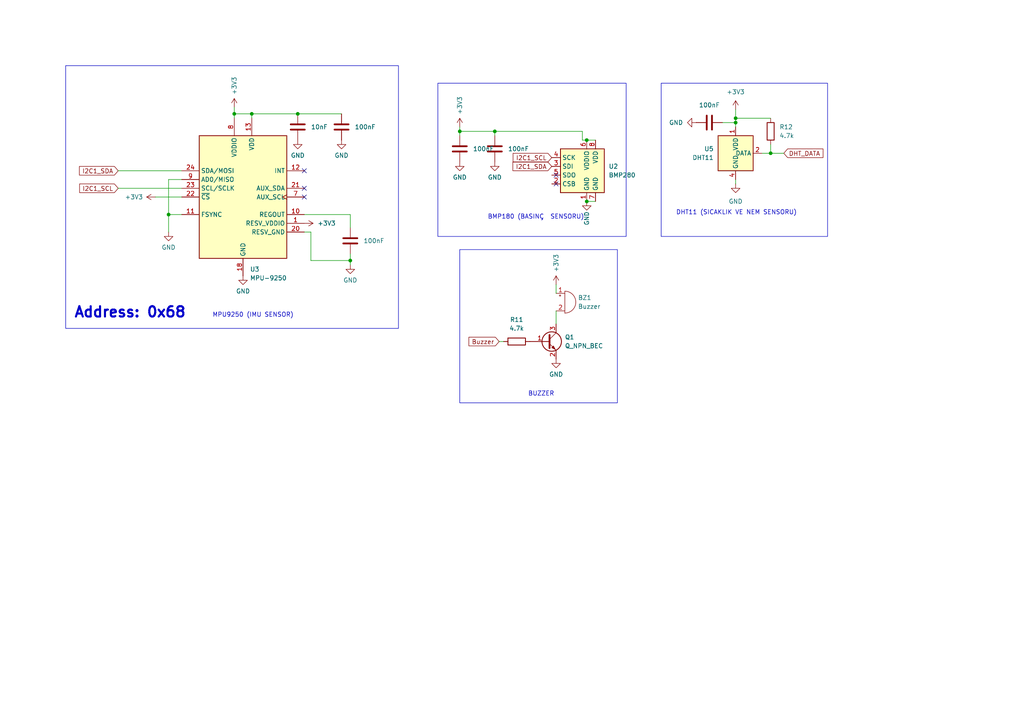
<source format=kicad_sch>
(kicad_sch
	(version 20250114)
	(generator "eeschema")
	(generator_version "9.0")
	(uuid "f4b97b9f-daf5-402f-86ba-1b8f3d041ceb")
	(paper "A4")
	(lib_symbols
		(symbol "Device:Buzzer"
			(pin_names
				(offset 0.0254)
				(hide yes)
			)
			(exclude_from_sim no)
			(in_bom yes)
			(on_board yes)
			(property "Reference" "BZ"
				(at 3.81 1.27 0)
				(effects
					(font
						(size 1.27 1.27)
					)
					(justify left)
				)
			)
			(property "Value" "Buzzer"
				(at 3.81 -1.27 0)
				(effects
					(font
						(size 1.27 1.27)
					)
					(justify left)
				)
			)
			(property "Footprint" ""
				(at -0.635 2.54 90)
				(effects
					(font
						(size 1.27 1.27)
					)
					(hide yes)
				)
			)
			(property "Datasheet" "~"
				(at -0.635 2.54 90)
				(effects
					(font
						(size 1.27 1.27)
					)
					(hide yes)
				)
			)
			(property "Description" "Buzzer, polarized"
				(at 0 0 0)
				(effects
					(font
						(size 1.27 1.27)
					)
					(hide yes)
				)
			)
			(property "ki_keywords" "quartz resonator ceramic"
				(at 0 0 0)
				(effects
					(font
						(size 1.27 1.27)
					)
					(hide yes)
				)
			)
			(property "ki_fp_filters" "*Buzzer*"
				(at 0 0 0)
				(effects
					(font
						(size 1.27 1.27)
					)
					(hide yes)
				)
			)
			(symbol "Buzzer_0_1"
				(polyline
					(pts
						(xy -1.651 1.905) (xy -1.143 1.905)
					)
					(stroke
						(width 0)
						(type default)
					)
					(fill
						(type none)
					)
				)
				(polyline
					(pts
						(xy -1.397 2.159) (xy -1.397 1.651)
					)
					(stroke
						(width 0)
						(type default)
					)
					(fill
						(type none)
					)
				)
				(arc
					(start 0 3.175)
					(mid 3.1612 0)
					(end 0 -3.175)
					(stroke
						(width 0)
						(type default)
					)
					(fill
						(type none)
					)
				)
				(polyline
					(pts
						(xy 0 3.175) (xy 0 -3.175)
					)
					(stroke
						(width 0)
						(type default)
					)
					(fill
						(type none)
					)
				)
			)
			(symbol "Buzzer_1_1"
				(pin passive line
					(at -2.54 2.54 0)
					(length 2.54)
					(name "-"
						(effects
							(font
								(size 1.27 1.27)
							)
						)
					)
					(number "1"
						(effects
							(font
								(size 1.27 1.27)
							)
						)
					)
				)
				(pin passive line
					(at -2.54 -2.54 0)
					(length 2.54)
					(name "+"
						(effects
							(font
								(size 1.27 1.27)
							)
						)
					)
					(number "2"
						(effects
							(font
								(size 1.27 1.27)
							)
						)
					)
				)
			)
			(embedded_fonts no)
		)
		(symbol "Device:C"
			(pin_numbers
				(hide yes)
			)
			(pin_names
				(offset 0.254)
			)
			(exclude_from_sim no)
			(in_bom yes)
			(on_board yes)
			(property "Reference" "C"
				(at 0.635 2.54 0)
				(effects
					(font
						(size 1.27 1.27)
					)
					(justify left)
				)
			)
			(property "Value" "C"
				(at 0.635 -2.54 0)
				(effects
					(font
						(size 1.27 1.27)
					)
					(justify left)
				)
			)
			(property "Footprint" ""
				(at 0.9652 -3.81 0)
				(effects
					(font
						(size 1.27 1.27)
					)
					(hide yes)
				)
			)
			(property "Datasheet" "~"
				(at 0 0 0)
				(effects
					(font
						(size 1.27 1.27)
					)
					(hide yes)
				)
			)
			(property "Description" "Unpolarized capacitor"
				(at 0 0 0)
				(effects
					(font
						(size 1.27 1.27)
					)
					(hide yes)
				)
			)
			(property "ki_keywords" "cap capacitor"
				(at 0 0 0)
				(effects
					(font
						(size 1.27 1.27)
					)
					(hide yes)
				)
			)
			(property "ki_fp_filters" "C_*"
				(at 0 0 0)
				(effects
					(font
						(size 1.27 1.27)
					)
					(hide yes)
				)
			)
			(symbol "C_0_1"
				(polyline
					(pts
						(xy -2.032 0.762) (xy 2.032 0.762)
					)
					(stroke
						(width 0.508)
						(type default)
					)
					(fill
						(type none)
					)
				)
				(polyline
					(pts
						(xy -2.032 -0.762) (xy 2.032 -0.762)
					)
					(stroke
						(width 0.508)
						(type default)
					)
					(fill
						(type none)
					)
				)
			)
			(symbol "C_1_1"
				(pin passive line
					(at 0 3.81 270)
					(length 2.794)
					(name "~"
						(effects
							(font
								(size 1.27 1.27)
							)
						)
					)
					(number "1"
						(effects
							(font
								(size 1.27 1.27)
							)
						)
					)
				)
				(pin passive line
					(at 0 -3.81 90)
					(length 2.794)
					(name "~"
						(effects
							(font
								(size 1.27 1.27)
							)
						)
					)
					(number "2"
						(effects
							(font
								(size 1.27 1.27)
							)
						)
					)
				)
			)
			(embedded_fonts no)
		)
		(symbol "Device:Q_NPN_BEC"
			(pin_names
				(offset 0)
				(hide yes)
			)
			(exclude_from_sim no)
			(in_bom yes)
			(on_board yes)
			(property "Reference" "Q"
				(at 5.08 1.27 0)
				(effects
					(font
						(size 1.27 1.27)
					)
					(justify left)
				)
			)
			(property "Value" "Q_NPN_BEC"
				(at 5.08 -1.27 0)
				(effects
					(font
						(size 1.27 1.27)
					)
					(justify left)
				)
			)
			(property "Footprint" ""
				(at 5.08 2.54 0)
				(effects
					(font
						(size 1.27 1.27)
					)
					(hide yes)
				)
			)
			(property "Datasheet" "~"
				(at 0 0 0)
				(effects
					(font
						(size 1.27 1.27)
					)
					(hide yes)
				)
			)
			(property "Description" "NPN transistor, base/emitter/collector"
				(at 0 0 0)
				(effects
					(font
						(size 1.27 1.27)
					)
					(hide yes)
				)
			)
			(property "ki_keywords" "transistor NPN"
				(at 0 0 0)
				(effects
					(font
						(size 1.27 1.27)
					)
					(hide yes)
				)
			)
			(symbol "Q_NPN_BEC_0_1"
				(polyline
					(pts
						(xy 0.635 1.905) (xy 0.635 -1.905) (xy 0.635 -1.905)
					)
					(stroke
						(width 0.508)
						(type default)
					)
					(fill
						(type none)
					)
				)
				(polyline
					(pts
						(xy 0.635 0.635) (xy 2.54 2.54)
					)
					(stroke
						(width 0)
						(type default)
					)
					(fill
						(type none)
					)
				)
				(polyline
					(pts
						(xy 0.635 -0.635) (xy 2.54 -2.54) (xy 2.54 -2.54)
					)
					(stroke
						(width 0)
						(type default)
					)
					(fill
						(type none)
					)
				)
				(circle
					(center 1.27 0)
					(radius 2.8194)
					(stroke
						(width 0.254)
						(type default)
					)
					(fill
						(type none)
					)
				)
				(polyline
					(pts
						(xy 1.27 -1.778) (xy 1.778 -1.27) (xy 2.286 -2.286) (xy 1.27 -1.778) (xy 1.27 -1.778)
					)
					(stroke
						(width 0)
						(type default)
					)
					(fill
						(type outline)
					)
				)
			)
			(symbol "Q_NPN_BEC_1_1"
				(pin input line
					(at -5.08 0 0)
					(length 5.715)
					(name "B"
						(effects
							(font
								(size 1.27 1.27)
							)
						)
					)
					(number "1"
						(effects
							(font
								(size 1.27 1.27)
							)
						)
					)
				)
				(pin passive line
					(at 2.54 5.08 270)
					(length 2.54)
					(name "C"
						(effects
							(font
								(size 1.27 1.27)
							)
						)
					)
					(number "3"
						(effects
							(font
								(size 1.27 1.27)
							)
						)
					)
				)
				(pin passive line
					(at 2.54 -5.08 90)
					(length 2.54)
					(name "E"
						(effects
							(font
								(size 1.27 1.27)
							)
						)
					)
					(number "2"
						(effects
							(font
								(size 1.27 1.27)
							)
						)
					)
				)
			)
			(embedded_fonts no)
		)
		(symbol "Device:R"
			(pin_numbers
				(hide yes)
			)
			(pin_names
				(offset 0)
			)
			(exclude_from_sim no)
			(in_bom yes)
			(on_board yes)
			(property "Reference" "R"
				(at 2.032 0 90)
				(effects
					(font
						(size 1.27 1.27)
					)
				)
			)
			(property "Value" "R"
				(at 0 0 90)
				(effects
					(font
						(size 1.27 1.27)
					)
				)
			)
			(property "Footprint" ""
				(at -1.778 0 90)
				(effects
					(font
						(size 1.27 1.27)
					)
					(hide yes)
				)
			)
			(property "Datasheet" "~"
				(at 0 0 0)
				(effects
					(font
						(size 1.27 1.27)
					)
					(hide yes)
				)
			)
			(property "Description" "Resistor"
				(at 0 0 0)
				(effects
					(font
						(size 1.27 1.27)
					)
					(hide yes)
				)
			)
			(property "ki_keywords" "R res resistor"
				(at 0 0 0)
				(effects
					(font
						(size 1.27 1.27)
					)
					(hide yes)
				)
			)
			(property "ki_fp_filters" "R_*"
				(at 0 0 0)
				(effects
					(font
						(size 1.27 1.27)
					)
					(hide yes)
				)
			)
			(symbol "R_0_1"
				(rectangle
					(start -1.016 -2.54)
					(end 1.016 2.54)
					(stroke
						(width 0.254)
						(type default)
					)
					(fill
						(type none)
					)
				)
			)
			(symbol "R_1_1"
				(pin passive line
					(at 0 3.81 270)
					(length 1.27)
					(name "~"
						(effects
							(font
								(size 1.27 1.27)
							)
						)
					)
					(number "1"
						(effects
							(font
								(size 1.27 1.27)
							)
						)
					)
				)
				(pin passive line
					(at 0 -3.81 90)
					(length 1.27)
					(name "~"
						(effects
							(font
								(size 1.27 1.27)
							)
						)
					)
					(number "2"
						(effects
							(font
								(size 1.27 1.27)
							)
						)
					)
				)
			)
			(embedded_fonts no)
		)
		(symbol "GND_1"
			(power)
			(pin_numbers
				(hide yes)
			)
			(pin_names
				(offset 0)
				(hide yes)
			)
			(exclude_from_sim no)
			(in_bom yes)
			(on_board yes)
			(property "Reference" "#PWR"
				(at 0 -6.35 0)
				(effects
					(font
						(size 1.27 1.27)
					)
					(hide yes)
				)
			)
			(property "Value" "GND"
				(at 0 -3.81 0)
				(effects
					(font
						(size 1.27 1.27)
					)
				)
			)
			(property "Footprint" ""
				(at 0 0 0)
				(effects
					(font
						(size 1.27 1.27)
					)
					(hide yes)
				)
			)
			(property "Datasheet" ""
				(at 0 0 0)
				(effects
					(font
						(size 1.27 1.27)
					)
					(hide yes)
				)
			)
			(property "Description" "Power symbol creates a global label with name \"GND\" , ground"
				(at 0 0 0)
				(effects
					(font
						(size 1.27 1.27)
					)
					(hide yes)
				)
			)
			(property "ki_keywords" "global power"
				(at 0 0 0)
				(effects
					(font
						(size 1.27 1.27)
					)
					(hide yes)
				)
			)
			(symbol "GND_1_0_1"
				(polyline
					(pts
						(xy 0 0) (xy 0 -1.27) (xy 1.27 -1.27) (xy 0 -2.54) (xy -1.27 -1.27) (xy 0 -1.27)
					)
					(stroke
						(width 0)
						(type default)
					)
					(fill
						(type none)
					)
				)
			)
			(symbol "GND_1_1_1"
				(pin power_in line
					(at 0 0 270)
					(length 0)
					(name "~"
						(effects
							(font
								(size 1.27 1.27)
							)
						)
					)
					(number "1"
						(effects
							(font
								(size 1.27 1.27)
							)
						)
					)
				)
			)
			(embedded_fonts no)
		)
		(symbol "Sensor:DHT11"
			(exclude_from_sim no)
			(in_bom yes)
			(on_board yes)
			(property "Reference" "U"
				(at -3.81 6.35 0)
				(effects
					(font
						(size 1.27 1.27)
					)
				)
			)
			(property "Value" "DHT11"
				(at 3.81 6.35 0)
				(effects
					(font
						(size 1.27 1.27)
					)
				)
			)
			(property "Footprint" "Sensor:Aosong_DHT11_5.5x12.0_P2.54mm"
				(at 0 -10.16 0)
				(effects
					(font
						(size 1.27 1.27)
					)
					(hide yes)
				)
			)
			(property "Datasheet" "http://akizukidenshi.com/download/ds/aosong/DHT11.pdf"
				(at 3.81 6.35 0)
				(effects
					(font
						(size 1.27 1.27)
					)
					(hide yes)
				)
			)
			(property "Description" "3.3V to 5.5V, temperature and humidity module, DHT11"
				(at 0 0 0)
				(effects
					(font
						(size 1.27 1.27)
					)
					(hide yes)
				)
			)
			(property "ki_keywords" "digital sensor"
				(at 0 0 0)
				(effects
					(font
						(size 1.27 1.27)
					)
					(hide yes)
				)
			)
			(property "ki_fp_filters" "Aosong*DHT11*5.5x12.0*P2.54mm*"
				(at 0 0 0)
				(effects
					(font
						(size 1.27 1.27)
					)
					(hide yes)
				)
			)
			(symbol "DHT11_0_1"
				(rectangle
					(start -5.08 5.08)
					(end 5.08 -5.08)
					(stroke
						(width 0.254)
						(type default)
					)
					(fill
						(type background)
					)
				)
			)
			(symbol "DHT11_1_1"
				(pin no_connect line
					(at -5.08 0 0)
					(length 2.54)
					(hide yes)
					(name "NC"
						(effects
							(font
								(size 1.27 1.27)
							)
						)
					)
					(number "3"
						(effects
							(font
								(size 1.27 1.27)
							)
						)
					)
				)
				(pin power_in line
					(at 0 7.62 270)
					(length 2.54)
					(name "VDD"
						(effects
							(font
								(size 1.27 1.27)
							)
						)
					)
					(number "1"
						(effects
							(font
								(size 1.27 1.27)
							)
						)
					)
				)
				(pin power_in line
					(at 0 -7.62 90)
					(length 2.54)
					(name "GND"
						(effects
							(font
								(size 1.27 1.27)
							)
						)
					)
					(number "4"
						(effects
							(font
								(size 1.27 1.27)
							)
						)
					)
				)
				(pin bidirectional line
					(at 7.62 0 180)
					(length 2.54)
					(name "DATA"
						(effects
							(font
								(size 1.27 1.27)
							)
						)
					)
					(number "2"
						(effects
							(font
								(size 1.27 1.27)
							)
						)
					)
				)
			)
			(embedded_fonts no)
		)
		(symbol "Sensor_Motion:MPU-9250"
			(exclude_from_sim no)
			(in_bom yes)
			(on_board yes)
			(property "Reference" "U"
				(at -11.43 19.05 0)
				(effects
					(font
						(size 1.27 1.27)
					)
				)
			)
			(property "Value" "MPU-9250"
				(at 7.62 -19.05 0)
				(effects
					(font
						(size 1.27 1.27)
					)
				)
			)
			(property "Footprint" "Sensor_Motion:InvenSense_QFN-24_3x3mm_P0.4mm"
				(at 0 -25.4 0)
				(effects
					(font
						(size 1.27 1.27)
					)
					(hide yes)
				)
			)
			(property "Datasheet" "https://store.invensense.com/datasheets/invensense/MPU9250REV1.0.pdf"
				(at 0 -3.81 0)
				(effects
					(font
						(size 1.27 1.27)
					)
					(hide yes)
				)
			)
			(property "Description" "InvenSense 9-Axis Motion Sensor, Accelerometer, Gyroscope, Compass, I2C/SPI"
				(at 0 0 0)
				(effects
					(font
						(size 1.27 1.27)
					)
					(hide yes)
				)
			)
			(property "ki_keywords" "mems magnetometer"
				(at 0 0 0)
				(effects
					(font
						(size 1.27 1.27)
					)
					(hide yes)
				)
			)
			(property "ki_fp_filters" "*QFN*3x3mm*P0.4mm*"
				(at 0 0 0)
				(effects
					(font
						(size 1.27 1.27)
					)
					(hide yes)
				)
			)
			(symbol "MPU-9250_0_1"
				(rectangle
					(start -12.7 17.78)
					(end 12.7 -17.78)
					(stroke
						(width 0.254)
						(type default)
					)
					(fill
						(type background)
					)
				)
			)
			(symbol "MPU-9250_1_1"
				(pin bidirectional line
					(at -17.78 7.62 0)
					(length 5.08)
					(name "SDA/MOSI"
						(effects
							(font
								(size 1.27 1.27)
							)
						)
					)
					(number "24"
						(effects
							(font
								(size 1.27 1.27)
							)
						)
					)
				)
				(pin bidirectional line
					(at -17.78 5.08 0)
					(length 5.08)
					(name "AD0/MISO"
						(effects
							(font
								(size 1.27 1.27)
							)
						)
					)
					(number "9"
						(effects
							(font
								(size 1.27 1.27)
							)
						)
					)
				)
				(pin input line
					(at -17.78 2.54 0)
					(length 5.08)
					(name "SCL/SCLK"
						(effects
							(font
								(size 1.27 1.27)
							)
						)
					)
					(number "23"
						(effects
							(font
								(size 1.27 1.27)
							)
						)
					)
				)
				(pin input line
					(at -17.78 0 0)
					(length 5.08)
					(name "~{CS}"
						(effects
							(font
								(size 1.27 1.27)
							)
						)
					)
					(number "22"
						(effects
							(font
								(size 1.27 1.27)
							)
						)
					)
				)
				(pin input line
					(at -17.78 -5.08 0)
					(length 5.08)
					(name "FSYNC"
						(effects
							(font
								(size 1.27 1.27)
							)
						)
					)
					(number "11"
						(effects
							(font
								(size 1.27 1.27)
							)
						)
					)
				)
				(pin power_in line
					(at -2.54 22.86 270)
					(length 5.08)
					(name "VDDIO"
						(effects
							(font
								(size 1.27 1.27)
							)
						)
					)
					(number "8"
						(effects
							(font
								(size 1.27 1.27)
							)
						)
					)
				)
				(pin power_in line
					(at 0 -22.86 90)
					(length 5.08)
					(name "GND"
						(effects
							(font
								(size 1.27 1.27)
							)
						)
					)
					(number "18"
						(effects
							(font
								(size 1.27 1.27)
							)
						)
					)
				)
				(pin power_in line
					(at 2.54 22.86 270)
					(length 5.08)
					(name "VDD"
						(effects
							(font
								(size 1.27 1.27)
							)
						)
					)
					(number "13"
						(effects
							(font
								(size 1.27 1.27)
							)
						)
					)
				)
				(pin output line
					(at 17.78 7.62 180)
					(length 5.08)
					(name "INT"
						(effects
							(font
								(size 1.27 1.27)
							)
						)
					)
					(number "12"
						(effects
							(font
								(size 1.27 1.27)
							)
						)
					)
				)
				(pin bidirectional line
					(at 17.78 2.54 180)
					(length 5.08)
					(name "AUX_SDA"
						(effects
							(font
								(size 1.27 1.27)
							)
						)
					)
					(number "21"
						(effects
							(font
								(size 1.27 1.27)
							)
						)
					)
				)
				(pin output clock
					(at 17.78 0 180)
					(length 5.08)
					(name "AUX_SCL"
						(effects
							(font
								(size 1.27 1.27)
							)
						)
					)
					(number "7"
						(effects
							(font
								(size 1.27 1.27)
							)
						)
					)
				)
				(pin passive line
					(at 17.78 -5.08 180)
					(length 5.08)
					(name "REGOUT"
						(effects
							(font
								(size 1.27 1.27)
							)
						)
					)
					(number "10"
						(effects
							(font
								(size 1.27 1.27)
							)
						)
					)
				)
				(pin input line
					(at 17.78 -7.62 180)
					(length 5.08)
					(name "RESV_VDDIO"
						(effects
							(font
								(size 1.27 1.27)
							)
						)
					)
					(number "1"
						(effects
							(font
								(size 1.27 1.27)
							)
						)
					)
				)
				(pin power_in line
					(at 17.78 -10.16 180)
					(length 5.08)
					(name "RESV_GND"
						(effects
							(font
								(size 1.27 1.27)
							)
						)
					)
					(number "20"
						(effects
							(font
								(size 1.27 1.27)
							)
						)
					)
				)
			)
			(embedded_fonts no)
		)
		(symbol "Sensor_Pressure:BMP280"
			(exclude_from_sim no)
			(in_bom yes)
			(on_board yes)
			(property "Reference" "U"
				(at -7.62 10.16 0)
				(effects
					(font
						(size 1.27 1.27)
					)
					(justify left top)
				)
			)
			(property "Value" "BMP280"
				(at 5.08 10.16 0)
				(effects
					(font
						(size 1.27 1.27)
					)
					(justify left top)
				)
			)
			(property "Footprint" "Package_LGA:Bosch_LGA-8_2x2.5mm_P0.65mm_ClockwisePinNumbering"
				(at 0 -17.78 0)
				(effects
					(font
						(size 1.27 1.27)
					)
					(hide yes)
				)
			)
			(property "Datasheet" "https://ae-bst.resource.bosch.com/media/_tech/media/datasheets/BST-BMP280-DS001.pdf"
				(at 0 0 0)
				(effects
					(font
						(size 1.27 1.27)
					)
					(hide yes)
				)
			)
			(property "Description" "Absolute Barometric Pressure Sensor, LGA-8"
				(at 0 0 0)
				(effects
					(font
						(size 1.27 1.27)
					)
					(hide yes)
				)
			)
			(property "ki_keywords" "I2C, SPI, pressure, temperature, sensor"
				(at 0 0 0)
				(effects
					(font
						(size 1.27 1.27)
					)
					(hide yes)
				)
			)
			(property "ki_fp_filters" "Bosch*LGA*2x2.5mm*P0.65mm*"
				(at 0 0 0)
				(effects
					(font
						(size 1.27 1.27)
					)
					(hide yes)
				)
			)
			(symbol "BMP280_0_1"
				(rectangle
					(start -7.62 -5.08)
					(end 5.08 7.62)
					(stroke
						(width 0.254)
						(type default)
					)
					(fill
						(type background)
					)
				)
			)
			(symbol "BMP280_1_1"
				(pin input line
					(at -10.16 5.08 0)
					(length 2.54)
					(name "SCK"
						(effects
							(font
								(size 1.27 1.27)
							)
						)
					)
					(number "4"
						(effects
							(font
								(size 1.27 1.27)
							)
						)
					)
				)
				(pin bidirectional line
					(at -10.16 2.54 0)
					(length 2.54)
					(name "SDI"
						(effects
							(font
								(size 1.27 1.27)
							)
						)
					)
					(number "3"
						(effects
							(font
								(size 1.27 1.27)
							)
						)
					)
				)
				(pin bidirectional line
					(at -10.16 0 0)
					(length 2.54)
					(name "SDO"
						(effects
							(font
								(size 1.27 1.27)
							)
						)
					)
					(number "5"
						(effects
							(font
								(size 1.27 1.27)
							)
						)
					)
				)
				(pin input line
					(at -10.16 -2.54 0)
					(length 2.54)
					(name "CSB"
						(effects
							(font
								(size 1.27 1.27)
							)
						)
					)
					(number "2"
						(effects
							(font
								(size 1.27 1.27)
							)
						)
					)
				)
				(pin power_in line
					(at 0 10.16 270)
					(length 2.54)
					(name "VDDIO"
						(effects
							(font
								(size 1.27 1.27)
							)
						)
					)
					(number "6"
						(effects
							(font
								(size 1.27 1.27)
							)
						)
					)
				)
				(pin power_in line
					(at 0 -7.62 90)
					(length 2.54)
					(name "GND"
						(effects
							(font
								(size 1.27 1.27)
							)
						)
					)
					(number "1"
						(effects
							(font
								(size 1.27 1.27)
							)
						)
					)
				)
				(pin power_in line
					(at 2.54 10.16 270)
					(length 2.54)
					(name "VDD"
						(effects
							(font
								(size 1.27 1.27)
							)
						)
					)
					(number "8"
						(effects
							(font
								(size 1.27 1.27)
							)
						)
					)
				)
				(pin power_in line
					(at 2.54 -7.62 90)
					(length 2.54)
					(name "GND"
						(effects
							(font
								(size 1.27 1.27)
							)
						)
					)
					(number "7"
						(effects
							(font
								(size 1.27 1.27)
							)
						)
					)
				)
			)
			(embedded_fonts no)
		)
		(symbol "power:+3.3V"
			(power)
			(pin_names
				(offset 0)
			)
			(exclude_from_sim no)
			(in_bom yes)
			(on_board yes)
			(property "Reference" "#PWR"
				(at 0 -3.81 0)
				(effects
					(font
						(size 1.27 1.27)
					)
					(hide yes)
				)
			)
			(property "Value" "+3.3V"
				(at 0 3.556 0)
				(effects
					(font
						(size 1.27 1.27)
					)
				)
			)
			(property "Footprint" ""
				(at 0 0 0)
				(effects
					(font
						(size 1.27 1.27)
					)
					(hide yes)
				)
			)
			(property "Datasheet" ""
				(at 0 0 0)
				(effects
					(font
						(size 1.27 1.27)
					)
					(hide yes)
				)
			)
			(property "Description" "Power symbol creates a global label with name \"+3.3V\""
				(at 0 0 0)
				(effects
					(font
						(size 1.27 1.27)
					)
					(hide yes)
				)
			)
			(property "ki_keywords" "power-flag"
				(at 0 0 0)
				(effects
					(font
						(size 1.27 1.27)
					)
					(hide yes)
				)
			)
			(symbol "+3.3V_0_1"
				(polyline
					(pts
						(xy -0.762 1.27) (xy 0 2.54)
					)
					(stroke
						(width 0)
						(type default)
					)
					(fill
						(type none)
					)
				)
				(polyline
					(pts
						(xy 0 2.54) (xy 0.762 1.27)
					)
					(stroke
						(width 0)
						(type default)
					)
					(fill
						(type none)
					)
				)
				(polyline
					(pts
						(xy 0 0) (xy 0 2.54)
					)
					(stroke
						(width 0)
						(type default)
					)
					(fill
						(type none)
					)
				)
			)
			(symbol "+3.3V_1_1"
				(pin power_in line
					(at 0 0 90)
					(length 0)
					(hide yes)
					(name "+3V3"
						(effects
							(font
								(size 1.27 1.27)
							)
						)
					)
					(number "1"
						(effects
							(font
								(size 1.27 1.27)
							)
						)
					)
				)
			)
			(embedded_fonts no)
		)
		(symbol "power:GND"
			(power)
			(pin_names
				(offset 0)
			)
			(exclude_from_sim no)
			(in_bom yes)
			(on_board yes)
			(property "Reference" "#PWR"
				(at 0 -6.35 0)
				(effects
					(font
						(size 1.27 1.27)
					)
					(hide yes)
				)
			)
			(property "Value" "GND"
				(at 0 -3.81 0)
				(effects
					(font
						(size 1.27 1.27)
					)
				)
			)
			(property "Footprint" ""
				(at 0 0 0)
				(effects
					(font
						(size 1.27 1.27)
					)
					(hide yes)
				)
			)
			(property "Datasheet" ""
				(at 0 0 0)
				(effects
					(font
						(size 1.27 1.27)
					)
					(hide yes)
				)
			)
			(property "Description" "Power symbol creates a global label with name \"GND\" , ground"
				(at 0 0 0)
				(effects
					(font
						(size 1.27 1.27)
					)
					(hide yes)
				)
			)
			(property "ki_keywords" "power-flag"
				(at 0 0 0)
				(effects
					(font
						(size 1.27 1.27)
					)
					(hide yes)
				)
			)
			(symbol "GND_0_1"
				(polyline
					(pts
						(xy 0 0) (xy 0 -1.27) (xy 1.27 -1.27) (xy 0 -2.54) (xy -1.27 -1.27) (xy 0 -1.27)
					)
					(stroke
						(width 0)
						(type default)
					)
					(fill
						(type none)
					)
				)
			)
			(symbol "GND_1_1"
				(pin power_in line
					(at 0 0 270)
					(length 0)
					(hide yes)
					(name "GND"
						(effects
							(font
								(size 1.27 1.27)
							)
						)
					)
					(number "1"
						(effects
							(font
								(size 1.27 1.27)
							)
						)
					)
				)
			)
			(embedded_fonts no)
		)
	)
	(rectangle
		(start 127 24.13)
		(end 181.61 68.58)
		(stroke
			(width 0)
			(type default)
		)
		(fill
			(type none)
		)
		(uuid 9114579e-65a3-4e3f-8bcc-7b3149317471)
	)
	(rectangle
		(start 191.77 24.13)
		(end 240.03 68.58)
		(stroke
			(width 0)
			(type default)
		)
		(fill
			(type none)
		)
		(uuid acab29f5-ac51-4039-89f9-0c965cfeceff)
	)
	(rectangle
		(start 133.35 72.39)
		(end 179.07 116.84)
		(stroke
			(width 0)
			(type default)
		)
		(fill
			(type none)
		)
		(uuid d93a9605-ae14-4fe0-b181-a2ed6806b87b)
	)
	(rectangle
		(start 19.05 19.05)
		(end 115.57 95.25)
		(stroke
			(width 0)
			(type default)
		)
		(fill
			(type none)
		)
		(uuid deef998b-ea4b-4ecb-96c6-f08d4b4b3219)
	)
	(text "Address: 0x68"
		(exclude_from_sim no)
		(at 21.336 92.456 0)
		(effects
			(font
				(size 3 3)
				(bold yes)
			)
			(justify left bottom)
		)
		(uuid "1350f5e9-013e-47c3-9e69-385a14376299")
	)
	(text "BUZZER"
		(exclude_from_sim no)
		(at 156.972 114.3 0)
		(effects
			(font
				(size 1.27 1.27)
			)
		)
		(uuid "53e9c502-40e9-4d3c-9195-5e342aff56db")
	)
	(text "MPU9250 (IMU SENSOR)"
		(exclude_from_sim no)
		(at 73.406 91.44 0)
		(effects
			(font
				(size 1.27 1.27)
			)
		)
		(uuid "a276af7e-fa3f-46a5-9847-520ff4ac7549")
	)
	(text "BMP180 (BASINÇ  SENSORU)"
		(exclude_from_sim no)
		(at 155.448 62.992 0)
		(effects
			(font
				(size 1.27 1.27)
			)
		)
		(uuid "eb60c096-891f-4a5c-addd-f1b3c9558c3a")
	)
	(text "DHT11 (SICAKLIK VE NEM SENSORU)\n"
		(exclude_from_sim no)
		(at 213.614 61.722 0)
		(effects
			(font
				(size 1.27 1.27)
			)
		)
		(uuid "eda1d39f-3955-47ef-ab7a-6c0f921963d8")
	)
	(junction
		(at 213.36 35.56)
		(diameter 0)
		(color 0 0 0 0)
		(uuid "087c644c-4166-470f-957f-d4215f141fc9")
	)
	(junction
		(at 143.51 38.1)
		(diameter 0)
		(color 0 0 0 0)
		(uuid "247fe584-73ad-42c0-8a47-99df83c6b027")
	)
	(junction
		(at 86.36 33.02)
		(diameter 0)
		(color 0 0 0 0)
		(uuid "34812152-1724-4b65-a425-9f499ec6a677")
	)
	(junction
		(at 213.36 34.29)
		(diameter 0)
		(color 0 0 0 0)
		(uuid "a46d5917-cd02-4b72-9456-a884b5aa0cdd")
	)
	(junction
		(at 133.35 38.1)
		(diameter 0)
		(color 0 0 0 0)
		(uuid "ac632b20-ddef-4278-a056-bb97461c816b")
	)
	(junction
		(at 170.18 58.42)
		(diameter 0)
		(color 0 0 0 0)
		(uuid "ad235263-8383-4f8c-9819-6cf405e34df9")
	)
	(junction
		(at 170.18 40.64)
		(diameter 0)
		(color 0 0 0 0)
		(uuid "b6c087ab-abd7-41b6-b3b1-d60aefc69fb0")
	)
	(junction
		(at 223.52 44.45)
		(diameter 0)
		(color 0 0 0 0)
		(uuid "c4bce2cc-f1b9-4d00-aeb1-6cf5b0a72de0")
	)
	(junction
		(at 48.895 62.23)
		(diameter 0)
		(color 0 0 0 0)
		(uuid "dbff495e-af76-4987-b06b-3f32c45962fb")
	)
	(junction
		(at 73.025 33.02)
		(diameter 0)
		(color 0 0 0 0)
		(uuid "dc72c0f6-40b1-451f-9521-c2ffe0cc88cc")
	)
	(junction
		(at 67.945 33.02)
		(diameter 0)
		(color 0 0 0 0)
		(uuid "e4c85c0d-7d0d-4252-a095-abeb10745c6e")
	)
	(junction
		(at 101.6 75.565)
		(diameter 0)
		(color 0 0 0 0)
		(uuid "ff85dbee-7ca4-4f4c-a114-1645c7e48983")
	)
	(no_connect
		(at 161.29 50.8)
		(uuid "0abb0c69-d89a-4ab2-b5db-de81e23caaec")
	)
	(no_connect
		(at 88.265 54.61)
		(uuid "15ad07bd-d443-47d3-a33d-55708d6b66ea")
	)
	(no_connect
		(at 88.265 57.15)
		(uuid "1aca9b08-1b7a-41c3-a992-afb6226d2678")
	)
	(no_connect
		(at 88.265 49.53)
		(uuid "5a0ca970-b2af-4d03-bee4-26c53c31f5e2")
	)
	(no_connect
		(at 161.29 53.34)
		(uuid "d0f2c27a-590e-4357-942e-102aebe180d5")
	)
	(wire
		(pts
			(xy 101.6 66.04) (xy 101.6 62.23)
		)
		(stroke
			(width 0)
			(type default)
		)
		(uuid "073863bb-2833-4e67-9309-5674596fb997")
	)
	(wire
		(pts
			(xy 88.265 67.31) (xy 90.17 67.31)
		)
		(stroke
			(width 0)
			(type default)
		)
		(uuid "0e0e6ba4-7d7a-4323-89f2-9cd2690255c1")
	)
	(wire
		(pts
			(xy 223.52 44.45) (xy 227.33 44.45)
		)
		(stroke
			(width 0)
			(type default)
		)
		(uuid "158b5db6-4ec8-4f20-86b1-fe15da76c9d7")
	)
	(wire
		(pts
			(xy 86.36 33.02) (xy 73.025 33.02)
		)
		(stroke
			(width 0)
			(type default)
		)
		(uuid "15d42568-e3d4-4009-855f-63e97a23670d")
	)
	(wire
		(pts
			(xy 168.91 38.1) (xy 168.91 40.64)
		)
		(stroke
			(width 0)
			(type default)
		)
		(uuid "17440902-beaf-47bf-8fb8-39fbb2c34bad")
	)
	(wire
		(pts
			(xy 213.36 34.29) (xy 223.52 34.29)
		)
		(stroke
			(width 0)
			(type default)
		)
		(uuid "1b24f7a6-eacb-43b3-9d6a-477aae8d9707")
	)
	(wire
		(pts
			(xy 223.52 41.91) (xy 223.52 44.45)
		)
		(stroke
			(width 0)
			(type default)
		)
		(uuid "1d5b6291-a30d-4a15-8fae-a471b7ac7efc")
	)
	(wire
		(pts
			(xy 209.55 35.56) (xy 213.36 35.56)
		)
		(stroke
			(width 0)
			(type default)
		)
		(uuid "21b4f478-676e-4a42-aadc-6e5b8a3a5269")
	)
	(wire
		(pts
			(xy 73.025 34.29) (xy 73.025 33.02)
		)
		(stroke
			(width 0)
			(type default)
		)
		(uuid "2f0dee57-e8c1-45ce-8709-9c2d85b92ea2")
	)
	(wire
		(pts
			(xy 143.51 39.37) (xy 143.51 38.1)
		)
		(stroke
			(width 0)
			(type default)
		)
		(uuid "33718746-feeb-4577-951e-d11f291ec95b")
	)
	(wire
		(pts
			(xy 101.6 73.66) (xy 101.6 75.565)
		)
		(stroke
			(width 0)
			(type default)
		)
		(uuid "403bc50b-448f-44a2-a794-521b718e92b9")
	)
	(wire
		(pts
			(xy 48.895 52.07) (xy 48.895 62.23)
		)
		(stroke
			(width 0)
			(type default)
		)
		(uuid "46d30c48-73f8-4aac-9670-2d6525a9a701")
	)
	(wire
		(pts
			(xy 161.29 90.17) (xy 161.29 93.98)
		)
		(stroke
			(width 0)
			(type default)
		)
		(uuid "46fb46c7-464e-4a57-bc36-089568f83884")
	)
	(wire
		(pts
			(xy 133.35 38.1) (xy 133.35 39.37)
		)
		(stroke
			(width 0)
			(type default)
		)
		(uuid "59495510-c3f7-4b64-9aee-daf82ddb9b62")
	)
	(wire
		(pts
			(xy 34.29 54.61) (xy 52.705 54.61)
		)
		(stroke
			(width 0)
			(type default)
		)
		(uuid "650a594e-9c67-4608-baae-bae6054b3063")
	)
	(wire
		(pts
			(xy 86.36 33.02) (xy 99.06 33.02)
		)
		(stroke
			(width 0)
			(type default)
		)
		(uuid "68abe48d-ca68-4bc2-9d9c-4d8e2b9846cb")
	)
	(wire
		(pts
			(xy 213.36 53.34) (xy 213.36 52.07)
		)
		(stroke
			(width 0)
			(type default)
		)
		(uuid "6ee940c8-aa7a-430d-836a-7f1d266a2ef1")
	)
	(wire
		(pts
			(xy 52.705 62.23) (xy 48.895 62.23)
		)
		(stroke
			(width 0)
			(type default)
		)
		(uuid "6f50f744-b9f1-4857-9267-3084d295338c")
	)
	(wire
		(pts
			(xy 133.35 38.1) (xy 143.51 38.1)
		)
		(stroke
			(width 0)
			(type default)
		)
		(uuid "7d960d0c-d3bd-4b58-94dd-efe07dc8424f")
	)
	(wire
		(pts
			(xy 67.945 31.115) (xy 67.945 33.02)
		)
		(stroke
			(width 0)
			(type default)
		)
		(uuid "82e349ff-e0b4-4f57-8ac3-617a2afc76c1")
	)
	(wire
		(pts
			(xy 144.78 99.06) (xy 146.05 99.06)
		)
		(stroke
			(width 0)
			(type default)
		)
		(uuid "8f000ef1-17d2-4020-b155-d63e649159c7")
	)
	(wire
		(pts
			(xy 52.705 52.07) (xy 48.895 52.07)
		)
		(stroke
			(width 0)
			(type default)
		)
		(uuid "93da464b-e907-4c73-9f96-e6262b6b8bd4")
	)
	(wire
		(pts
			(xy 213.36 34.29) (xy 213.36 35.56)
		)
		(stroke
			(width 0)
			(type default)
		)
		(uuid "9c1b8834-11db-4b23-8b26-a67b1650e6f5")
	)
	(wire
		(pts
			(xy 143.51 38.1) (xy 168.91 38.1)
		)
		(stroke
			(width 0)
			(type default)
		)
		(uuid "9f24ea80-dccb-4d7f-b4d7-5e6f357175a1")
	)
	(wire
		(pts
			(xy 101.6 62.23) (xy 88.265 62.23)
		)
		(stroke
			(width 0)
			(type default)
		)
		(uuid "a1ffed6e-4057-41c6-a882-dd59b117ed52")
	)
	(wire
		(pts
			(xy 48.895 62.23) (xy 48.895 67.31)
		)
		(stroke
			(width 0)
			(type default)
		)
		(uuid "a9325673-8f39-40b3-be00-d064b639b095")
	)
	(wire
		(pts
			(xy 170.18 40.64) (xy 172.72 40.64)
		)
		(stroke
			(width 0)
			(type default)
		)
		(uuid "ac59e4a9-c6b1-4b2d-8c27-e58861aef1a6")
	)
	(wire
		(pts
			(xy 133.35 36.83) (xy 133.35 38.1)
		)
		(stroke
			(width 0)
			(type default)
		)
		(uuid "b396e730-1320-45b4-aba3-67b31d4f752d")
	)
	(wire
		(pts
			(xy 213.36 35.56) (xy 213.36 36.83)
		)
		(stroke
			(width 0)
			(type default)
		)
		(uuid "b3d35051-cef2-4b1a-95ef-8959a48b02c7")
	)
	(wire
		(pts
			(xy 168.91 40.64) (xy 170.18 40.64)
		)
		(stroke
			(width 0)
			(type default)
		)
		(uuid "b6d6ee3a-6c45-43d3-8093-4338ccc8d44b")
	)
	(wire
		(pts
			(xy 161.29 82.55) (xy 161.29 85.09)
		)
		(stroke
			(width 0)
			(type default)
		)
		(uuid "b8369ffb-7ffc-4598-b2ad-f8193a8822d9")
	)
	(wire
		(pts
			(xy 101.6 75.565) (xy 101.6 76.835)
		)
		(stroke
			(width 0)
			(type default)
		)
		(uuid "ba9a1c76-a3a1-4801-9319-a9ec781bdd17")
	)
	(wire
		(pts
			(xy 45.085 57.15) (xy 52.705 57.15)
		)
		(stroke
			(width 0)
			(type default)
		)
		(uuid "bc7c3040-aa21-4ef9-8514-350eb7764499")
	)
	(wire
		(pts
			(xy 52.705 49.53) (xy 34.29 49.53)
		)
		(stroke
			(width 0)
			(type default)
		)
		(uuid "c0837d78-42b7-49ff-ba8a-8304bd37b00e")
	)
	(wire
		(pts
			(xy 67.945 33.02) (xy 73.025 33.02)
		)
		(stroke
			(width 0)
			(type default)
		)
		(uuid "cbdf927c-760b-4354-8012-574b94030d46")
	)
	(wire
		(pts
			(xy 90.17 75.565) (xy 101.6 75.565)
		)
		(stroke
			(width 0)
			(type default)
		)
		(uuid "d790228a-c2db-48c6-993d-75c86bd53f9a")
	)
	(wire
		(pts
			(xy 213.36 31.75) (xy 213.36 34.29)
		)
		(stroke
			(width 0)
			(type default)
		)
		(uuid "e4a65a02-24d1-4aac-b170-5e7a1264e0d7")
	)
	(wire
		(pts
			(xy 67.945 33.02) (xy 67.945 34.29)
		)
		(stroke
			(width 0)
			(type default)
		)
		(uuid "ea3c5d24-2b48-427c-90a6-30a3de7b5487")
	)
	(wire
		(pts
			(xy 170.18 58.42) (xy 172.72 58.42)
		)
		(stroke
			(width 0)
			(type default)
		)
		(uuid "eb3b72a9-5ded-400f-82df-27306dca88bf")
	)
	(wire
		(pts
			(xy 90.17 67.31) (xy 90.17 75.565)
		)
		(stroke
			(width 0)
			(type default)
		)
		(uuid "f059bfc2-f0f0-494f-a856-052f92a54aa2")
	)
	(wire
		(pts
			(xy 220.98 44.45) (xy 223.52 44.45)
		)
		(stroke
			(width 0)
			(type default)
		)
		(uuid "fbd93898-f350-4110-b00a-8ac283624618")
	)
	(global_label "I2C1_SCL"
		(shape input)
		(at 160.02 45.72 180)
		(fields_autoplaced yes)
		(effects
			(font
				(size 1.27 1.27)
			)
			(justify right)
		)
		(uuid "95518212-393e-41df-b62b-c25e144547a4")
		(property "Intersheetrefs" "${INTERSHEET_REFS}"
			(at 148.8379 45.7994 0)
			(effects
				(font
					(size 1.27 1.27)
				)
				(justify right)
				(hide yes)
			)
		)
	)
	(global_label "Buzzer"
		(shape input)
		(at 144.78 99.06 180)
		(fields_autoplaced yes)
		(effects
			(font
				(size 1.27 1.27)
			)
			(justify right)
		)
		(uuid "9637e3fe-7664-4794-afa3-825b1bf45e5c")
		(property "Intersheetrefs" "${INTERSHEET_REFS}"
			(at 136.0169 99.1394 0)
			(effects
				(font
					(size 1.27 1.27)
				)
				(justify right)
				(hide yes)
			)
		)
	)
	(global_label "I2C1_SCL"
		(shape input)
		(at 34.29 54.61 180)
		(fields_autoplaced yes)
		(effects
			(font
				(size 1.27 1.27)
			)
			(justify right)
		)
		(uuid "9ec1998a-d3e5-4d44-b559-22086fe69da6")
		(property "Intersheetrefs" "${INTERSHEET_REFS}"
			(at 22.5358 54.61 0)
			(effects
				(font
					(size 1.27 1.27)
				)
				(justify right)
				(hide yes)
			)
		)
	)
	(global_label "DHT_DATA"
		(shape input)
		(at 227.33 44.45 0)
		(fields_autoplaced yes)
		(effects
			(font
				(size 1.27 1.27)
			)
			(justify left)
		)
		(uuid "c0b133ad-1e04-45f7-8193-049b9e3cc3a3")
		(property "Intersheetrefs" "${INTERSHEET_REFS}"
			(at 239.2657 44.45 0)
			(effects
				(font
					(size 1.27 1.27)
				)
				(justify left)
				(hide yes)
			)
		)
	)
	(global_label "I2C1_SDA"
		(shape input)
		(at 160.02 48.26 180)
		(fields_autoplaced yes)
		(effects
			(font
				(size 1.27 1.27)
			)
			(justify right)
		)
		(uuid "c418793c-7e1a-4fad-9806-8e86756e63bd")
		(property "Intersheetrefs" "${INTERSHEET_REFS}"
			(at 148.7774 48.3394 0)
			(effects
				(font
					(size 1.27 1.27)
				)
				(justify right)
				(hide yes)
			)
		)
	)
	(global_label "I2C1_SDA"
		(shape input)
		(at 34.29 49.53 180)
		(fields_autoplaced yes)
		(effects
			(font
				(size 1.27 1.27)
			)
			(justify right)
		)
		(uuid "ceb56114-a93c-4342-877a-ee8c76107e2b")
		(property "Intersheetrefs" "${INTERSHEET_REFS}"
			(at 22.4753 49.53 0)
			(effects
				(font
					(size 1.27 1.27)
				)
				(justify right)
				(hide yes)
			)
		)
	)
	(symbol
		(lib_id "power:+3.3V")
		(at 45.085 57.15 90)
		(unit 1)
		(exclude_from_sim no)
		(in_bom yes)
		(on_board yes)
		(dnp no)
		(uuid "1705a452-f6eb-4c5d-a57b-b4d9f888f294")
		(property "Reference" "#PWR027"
			(at 48.895 57.15 0)
			(effects
				(font
					(size 1.27 1.27)
				)
				(hide yes)
			)
		)
		(property "Value" "+3V3"
			(at 36.195 57.15 90)
			(effects
				(font
					(size 1.27 1.27)
				)
				(justify right)
			)
		)
		(property "Footprint" ""
			(at 45.085 57.15 0)
			(effects
				(font
					(size 1.27 1.27)
				)
				(hide yes)
			)
		)
		(property "Datasheet" ""
			(at 45.085 57.15 0)
			(effects
				(font
					(size 1.27 1.27)
				)
				(hide yes)
			)
		)
		(property "Description" ""
			(at 45.085 57.15 0)
			(effects
				(font
					(size 1.27 1.27)
				)
				(hide yes)
			)
		)
		(pin "1"
			(uuid "061f0c6b-62d4-45c7-bbb8-27b45d9b56b3")
		)
		(instances
			(project "Ucus_Kart"
				(path "/7075cd70-4fc4-462e-a22e-378ad31932b1/d1febe69-0120-4fba-beb8-fa19715c6e0d"
					(reference "#PWR027")
					(unit 1)
				)
			)
		)
	)
	(symbol
		(lib_id "Sensor:DHT11")
		(at 213.36 44.45 0)
		(unit 1)
		(exclude_from_sim no)
		(in_bom yes)
		(on_board yes)
		(dnp no)
		(fields_autoplaced yes)
		(uuid "1880082e-c383-4507-a0c3-2fca9006fe9f")
		(property "Reference" "U5"
			(at 207.01 43.1799 0)
			(effects
				(font
					(size 1.27 1.27)
				)
				(justify right)
			)
		)
		(property "Value" "DHT11"
			(at 207.01 45.7199 0)
			(effects
				(font
					(size 1.27 1.27)
				)
				(justify right)
			)
		)
		(property "Footprint" "Sensor:Aosong_DHT11_5.5x12.0_P2.54mm"
			(at 213.36 54.61 0)
			(effects
				(font
					(size 1.27 1.27)
				)
				(hide yes)
			)
		)
		(property "Datasheet" "http://akizukidenshi.com/download/ds/aosong/DHT11.pdf"
			(at 217.17 38.1 0)
			(effects
				(font
					(size 1.27 1.27)
				)
				(hide yes)
			)
		)
		(property "Description" "3.3V to 5.5V, temperature and humidity module, DHT11"
			(at 213.36 44.45 0)
			(effects
				(font
					(size 1.27 1.27)
				)
				(hide yes)
			)
		)
		(property "AVAILABILITY" ""
			(at 213.36 44.45 0)
			(effects
				(font
					(size 1.27 1.27)
				)
			)
		)
		(property "DESCRIPTION" ""
			(at 213.36 44.45 0)
			(effects
				(font
					(size 1.27 1.27)
				)
			)
		)
		(property "MF" ""
			(at 213.36 44.45 0)
			(effects
				(font
					(size 1.27 1.27)
				)
			)
		)
		(property "MP" ""
			(at 213.36 44.45 0)
			(effects
				(font
					(size 1.27 1.27)
				)
			)
		)
		(property "PACKAGE" ""
			(at 213.36 44.45 0)
			(effects
				(font
					(size 1.27 1.27)
				)
			)
		)
		(property "PRICE" ""
			(at 213.36 44.45 0)
			(effects
				(font
					(size 1.27 1.27)
				)
			)
		)
		(property "VALUE" ""
			(at 213.36 44.45 0)
			(effects
				(font
					(size 1.27 1.27)
				)
			)
		)
		(pin "4"
			(uuid "6ea62aac-e131-4716-82c3-0934d80e2599")
		)
		(pin "3"
			(uuid "ef506f99-2890-4123-a217-5d0d228a030e")
		)
		(pin "2"
			(uuid "602cb03e-01b7-4757-bf71-845b98c48a40")
		)
		(pin "1"
			(uuid "07177370-beca-4b29-8a61-1d5fff342fb3")
		)
		(instances
			(project "Ucus_Kart"
				(path "/7075cd70-4fc4-462e-a22e-378ad31932b1/d1febe69-0120-4fba-beb8-fa19715c6e0d"
					(reference "U5")
					(unit 1)
				)
			)
		)
	)
	(symbol
		(lib_id "Device:R")
		(at 149.86 99.06 90)
		(unit 1)
		(exclude_from_sim no)
		(in_bom yes)
		(on_board yes)
		(dnp no)
		(fields_autoplaced yes)
		(uuid "1d3181f2-27e7-4ca5-a36c-6dcfbcdf7b60")
		(property "Reference" "R11"
			(at 149.86 92.71 90)
			(effects
				(font
					(size 1.27 1.27)
				)
			)
		)
		(property "Value" "4.7k"
			(at 149.86 95.25 90)
			(effects
				(font
					(size 1.27 1.27)
				)
			)
		)
		(property "Footprint" "Resistor_SMD:R_0805_2012Metric"
			(at 149.86 100.838 90)
			(effects
				(font
					(size 1.27 1.27)
				)
				(hide yes)
			)
		)
		(property "Datasheet" "~"
			(at 149.86 99.06 0)
			(effects
				(font
					(size 1.27 1.27)
				)
				(hide yes)
			)
		)
		(property "Description" "Resistor"
			(at 149.86 99.06 0)
			(effects
				(font
					(size 1.27 1.27)
				)
				(hide yes)
			)
		)
		(property "AVAILABILITY" ""
			(at 149.86 99.06 0)
			(effects
				(font
					(size 1.27 1.27)
				)
			)
		)
		(property "DESCRIPTION" ""
			(at 149.86 99.06 0)
			(effects
				(font
					(size 1.27 1.27)
				)
			)
		)
		(property "MF" ""
			(at 149.86 99.06 0)
			(effects
				(font
					(size 1.27 1.27)
				)
			)
		)
		(property "MP" ""
			(at 149.86 99.06 0)
			(effects
				(font
					(size 1.27 1.27)
				)
			)
		)
		(property "PACKAGE" ""
			(at 149.86 99.06 0)
			(effects
				(font
					(size 1.27 1.27)
				)
			)
		)
		(property "PRICE" ""
			(at 149.86 99.06 0)
			(effects
				(font
					(size 1.27 1.27)
				)
			)
		)
		(property "VALUE" ""
			(at 149.86 99.06 0)
			(effects
				(font
					(size 1.27 1.27)
				)
			)
		)
		(pin "1"
			(uuid "240779c8-4daa-43ae-ac60-5caf744d27a7")
		)
		(pin "2"
			(uuid "570cd21e-151e-4786-8b82-3346c1df5c6a")
		)
		(instances
			(project "Ucus_Kart"
				(path "/7075cd70-4fc4-462e-a22e-378ad31932b1/d1febe69-0120-4fba-beb8-fa19715c6e0d"
					(reference "R11")
					(unit 1)
				)
			)
		)
	)
	(symbol
		(lib_id "Device:C")
		(at 205.74 35.56 270)
		(unit 1)
		(exclude_from_sim no)
		(in_bom yes)
		(on_board yes)
		(dnp no)
		(fields_autoplaced yes)
		(uuid "2223599a-6f88-432b-952d-c67311d22a0e")
		(property "Reference" "C51"
			(at 205.74 43.18 90)
			(effects
				(font
					(size 1.27 1.27)
				)
				(hide yes)
			)
		)
		(property "Value" "100nF"
			(at 205.74 30.48 90)
			(effects
				(font
					(size 1.27 1.27)
				)
			)
		)
		(property "Footprint" "Capacitor_SMD:C_0805_2012Metric"
			(at 201.93 36.5252 0)
			(effects
				(font
					(size 1.27 1.27)
				)
				(hide yes)
			)
		)
		(property "Datasheet" "~"
			(at 205.74 35.56 0)
			(effects
				(font
					(size 1.27 1.27)
				)
				(hide yes)
			)
		)
		(property "Description" "Unpolarized capacitor"
			(at 205.74 35.56 0)
			(effects
				(font
					(size 1.27 1.27)
				)
				(hide yes)
			)
		)
		(property "Adet" ""
			(at 205.74 35.56 0)
			(effects
				(font
					(size 1.27 1.27)
				)
			)
		)
		(property "Supplier" ""
			(at 205.74 35.56 0)
			(effects
				(font
					(size 1.27 1.27)
				)
				(hide yes)
			)
		)
		(property "Sim.Pins" ""
			(at 205.74 35.56 0)
			(effects
				(font
					(size 1.27 1.27)
				)
				(hide yes)
			)
		)
		(property "Digi-Key_PN" "2679-C0805X5R100-104KNE-CT-ND"
			(at 205.74 35.56 0)
			(effects
				(font
					(size 1.27 1.27)
				)
				(hide yes)
			)
		)
		(property "MPN" "C0805X5R100-104KNE-CT"
			(at 205.74 35.56 0)
			(effects
				(font
					(size 1.27 1.27)
				)
				(hide yes)
			)
		)
		(property "AVAILABILITY" ""
			(at 205.74 35.56 0)
			(effects
				(font
					(size 1.27 1.27)
				)
			)
		)
		(property "DESCRIPTION" ""
			(at 205.74 35.56 0)
			(effects
				(font
					(size 1.27 1.27)
				)
			)
		)
		(property "MF" ""
			(at 205.74 35.56 0)
			(effects
				(font
					(size 1.27 1.27)
				)
			)
		)
		(property "MP" ""
			(at 205.74 35.56 0)
			(effects
				(font
					(size 1.27 1.27)
				)
			)
		)
		(property "PACKAGE" ""
			(at 205.74 35.56 0)
			(effects
				(font
					(size 1.27 1.27)
				)
			)
		)
		(property "PRICE" ""
			(at 205.74 35.56 0)
			(effects
				(font
					(size 1.27 1.27)
				)
			)
		)
		(property "VALUE" ""
			(at 205.74 35.56 0)
			(effects
				(font
					(size 1.27 1.27)
				)
			)
		)
		(pin "1"
			(uuid "43bb9de5-0e10-4770-8236-fe9a298efdc1")
		)
		(pin "2"
			(uuid "3f550824-b20f-43e5-bd81-5fb76223d4bf")
		)
		(instances
			(project "Ucus_Kart"
				(path "/7075cd70-4fc4-462e-a22e-378ad31932b1/d1febe69-0120-4fba-beb8-fa19715c6e0d"
					(reference "C51")
					(unit 1)
				)
			)
		)
	)
	(symbol
		(lib_id "power:GND")
		(at 101.6 76.835 0)
		(unit 1)
		(exclude_from_sim no)
		(in_bom yes)
		(on_board yes)
		(dnp no)
		(fields_autoplaced yes)
		(uuid "35ba29d8-afc1-40bb-a8a9-324a3a509390")
		(property "Reference" "#PWR036"
			(at 101.6 83.185 0)
			(effects
				(font
					(size 1.27 1.27)
				)
				(hide yes)
			)
		)
		(property "Value" "GND"
			(at 101.6 81.28 0)
			(effects
				(font
					(size 1.27 1.27)
				)
			)
		)
		(property "Footprint" ""
			(at 101.6 76.835 0)
			(effects
				(font
					(size 1.27 1.27)
				)
				(hide yes)
			)
		)
		(property "Datasheet" ""
			(at 101.6 76.835 0)
			(effects
				(font
					(size 1.27 1.27)
				)
				(hide yes)
			)
		)
		(property "Description" ""
			(at 101.6 76.835 0)
			(effects
				(font
					(size 1.27 1.27)
				)
				(hide yes)
			)
		)
		(pin "1"
			(uuid "49a355f6-47bb-435a-a2b9-4837e655f165")
		)
		(instances
			(project "Ucus_Kart"
				(path "/7075cd70-4fc4-462e-a22e-378ad31932b1/d1febe69-0120-4fba-beb8-fa19715c6e0d"
					(reference "#PWR036")
					(unit 1)
				)
			)
		)
	)
	(symbol
		(lib_id "power:GND")
		(at 48.895 67.31 0)
		(unit 1)
		(exclude_from_sim no)
		(in_bom yes)
		(on_board yes)
		(dnp no)
		(fields_autoplaced yes)
		(uuid "3ac7e438-a151-4f1e-ba44-9ab604e73037")
		(property "Reference" "#PWR028"
			(at 48.895 73.66 0)
			(effects
				(font
					(size 1.27 1.27)
				)
				(hide yes)
			)
		)
		(property "Value" "GND"
			(at 48.895 71.755 0)
			(effects
				(font
					(size 1.27 1.27)
				)
			)
		)
		(property "Footprint" ""
			(at 48.895 67.31 0)
			(effects
				(font
					(size 1.27 1.27)
				)
				(hide yes)
			)
		)
		(property "Datasheet" ""
			(at 48.895 67.31 0)
			(effects
				(font
					(size 1.27 1.27)
				)
				(hide yes)
			)
		)
		(property "Description" ""
			(at 48.895 67.31 0)
			(effects
				(font
					(size 1.27 1.27)
				)
				(hide yes)
			)
		)
		(pin "1"
			(uuid "6e369bc2-5883-42ff-a74f-e508b8eb96f0")
		)
		(instances
			(project "Ucus_Kart"
				(path "/7075cd70-4fc4-462e-a22e-378ad31932b1/d1febe69-0120-4fba-beb8-fa19715c6e0d"
					(reference "#PWR028")
					(unit 1)
				)
			)
		)
	)
	(symbol
		(lib_id "power:+3.3V")
		(at 133.35 36.83 0)
		(unit 1)
		(exclude_from_sim no)
		(in_bom yes)
		(on_board yes)
		(dnp no)
		(uuid "400192fd-1765-426d-85fd-81e635eef5b1")
		(property "Reference" "#PWR037"
			(at 133.35 40.64 0)
			(effects
				(font
					(size 1.27 1.27)
				)
				(hide yes)
			)
		)
		(property "Value" "+3V3"
			(at 133.35 27.94 90)
			(effects
				(font
					(size 1.27 1.27)
				)
				(justify right)
			)
		)
		(property "Footprint" ""
			(at 133.35 36.83 0)
			(effects
				(font
					(size 1.27 1.27)
				)
				(hide yes)
			)
		)
		(property "Datasheet" ""
			(at 133.35 36.83 0)
			(effects
				(font
					(size 1.27 1.27)
				)
				(hide yes)
			)
		)
		(property "Description" ""
			(at 133.35 36.83 0)
			(effects
				(font
					(size 1.27 1.27)
				)
				(hide yes)
			)
		)
		(pin "1"
			(uuid "9585a188-d442-4e5d-b3cb-2a3d2c9ad660")
		)
		(instances
			(project "Ucus_Kart"
				(path "/7075cd70-4fc4-462e-a22e-378ad31932b1/d1febe69-0120-4fba-beb8-fa19715c6e0d"
					(reference "#PWR037")
					(unit 1)
				)
			)
		)
	)
	(symbol
		(lib_id "power:GND")
		(at 170.18 58.42 0)
		(mirror y)
		(unit 1)
		(exclude_from_sim no)
		(in_bom yes)
		(on_board yes)
		(dnp no)
		(uuid "420f332e-fdc3-4857-8fd2-24518cc2ae65")
		(property "Reference" "#PWR040"
			(at 170.18 64.77 0)
			(effects
				(font
					(size 1.27 1.27)
				)
				(hide yes)
			)
		)
		(property "Value" "GND"
			(at 170.18 65.405 90)
			(effects
				(font
					(size 1.27 1.27)
				)
				(justify left)
			)
		)
		(property "Footprint" ""
			(at 170.18 58.42 0)
			(effects
				(font
					(size 1.27 1.27)
				)
				(hide yes)
			)
		)
		(property "Datasheet" ""
			(at 170.18 58.42 0)
			(effects
				(font
					(size 1.27 1.27)
				)
				(hide yes)
			)
		)
		(property "Description" ""
			(at 170.18 58.42 0)
			(effects
				(font
					(size 1.27 1.27)
				)
				(hide yes)
			)
		)
		(pin "1"
			(uuid "07b910da-2542-4d1d-ac5e-6917f7e7e790")
		)
		(instances
			(project "Ucus_Kart"
				(path "/7075cd70-4fc4-462e-a22e-378ad31932b1/d1febe69-0120-4fba-beb8-fa19715c6e0d"
					(reference "#PWR040")
					(unit 1)
				)
			)
		)
	)
	(symbol
		(lib_id "power:+3.3V")
		(at 67.945 31.115 0)
		(unit 1)
		(exclude_from_sim no)
		(in_bom yes)
		(on_board yes)
		(dnp no)
		(uuid "428b70cb-81f9-471f-90bb-bfccaaa433d7")
		(property "Reference" "#PWR030"
			(at 67.945 34.925 0)
			(effects
				(font
					(size 1.27 1.27)
				)
				(hide yes)
			)
		)
		(property "Value" "+3V3"
			(at 67.945 22.225 90)
			(effects
				(font
					(size 1.27 1.27)
				)
				(justify right)
			)
		)
		(property "Footprint" ""
			(at 67.945 31.115 0)
			(effects
				(font
					(size 1.27 1.27)
				)
				(hide yes)
			)
		)
		(property "Datasheet" ""
			(at 67.945 31.115 0)
			(effects
				(font
					(size 1.27 1.27)
				)
				(hide yes)
			)
		)
		(property "Description" ""
			(at 67.945 31.115 0)
			(effects
				(font
					(size 1.27 1.27)
				)
				(hide yes)
			)
		)
		(pin "1"
			(uuid "541e2b9d-e082-4405-b864-06b025ae1002")
		)
		(instances
			(project "Ucus_Kart"
				(path "/7075cd70-4fc4-462e-a22e-378ad31932b1/d1febe69-0120-4fba-beb8-fa19715c6e0d"
					(reference "#PWR030")
					(unit 1)
				)
			)
		)
	)
	(symbol
		(lib_id "Device:C")
		(at 101.6 69.85 180)
		(unit 1)
		(exclude_from_sim no)
		(in_bom yes)
		(on_board yes)
		(dnp no)
		(fields_autoplaced yes)
		(uuid "4473ada9-b250-4dca-9c59-f36d7d59af5d")
		(property "Reference" "C48"
			(at 93.98 69.85 90)
			(effects
				(font
					(size 1.27 1.27)
				)
				(hide yes)
			)
		)
		(property "Value" "100nF"
			(at 105.41 69.8499 0)
			(effects
				(font
					(size 1.27 1.27)
				)
				(justify right)
			)
		)
		(property "Footprint" "Capacitor_SMD:C_0805_2012Metric"
			(at 100.6348 66.04 0)
			(effects
				(font
					(size 1.27 1.27)
				)
				(hide yes)
			)
		)
		(property "Datasheet" "~"
			(at 101.6 69.85 0)
			(effects
				(font
					(size 1.27 1.27)
				)
				(hide yes)
			)
		)
		(property "Description" "Unpolarized capacitor"
			(at 101.6 69.85 0)
			(effects
				(font
					(size 1.27 1.27)
				)
				(hide yes)
			)
		)
		(property "Adet" ""
			(at 101.6 69.85 0)
			(effects
				(font
					(size 1.27 1.27)
				)
			)
		)
		(property "Supplier" ""
			(at 101.6 69.85 0)
			(effects
				(font
					(size 1.27 1.27)
				)
				(hide yes)
			)
		)
		(property "Sim.Pins" ""
			(at 101.6 69.85 0)
			(effects
				(font
					(size 1.27 1.27)
				)
				(hide yes)
			)
		)
		(property "Digi-Key_PN" "2679-C0805X5R100-104KNE-CT-ND"
			(at 101.6 69.85 0)
			(effects
				(font
					(size 1.27 1.27)
				)
				(hide yes)
			)
		)
		(property "MPN" "C0805X5R100-104KNE-CT"
			(at 101.6 69.85 0)
			(effects
				(font
					(size 1.27 1.27)
				)
				(hide yes)
			)
		)
		(property "AVAILABILITY" ""
			(at 101.6 69.85 0)
			(effects
				(font
					(size 1.27 1.27)
				)
			)
		)
		(property "DESCRIPTION" ""
			(at 101.6 69.85 0)
			(effects
				(font
					(size 1.27 1.27)
				)
			)
		)
		(property "MF" ""
			(at 101.6 69.85 0)
			(effects
				(font
					(size 1.27 1.27)
				)
			)
		)
		(property "MP" ""
			(at 101.6 69.85 0)
			(effects
				(font
					(size 1.27 1.27)
				)
			)
		)
		(property "PACKAGE" ""
			(at 101.6 69.85 0)
			(effects
				(font
					(size 1.27 1.27)
				)
			)
		)
		(property "PRICE" ""
			(at 101.6 69.85 0)
			(effects
				(font
					(size 1.27 1.27)
				)
			)
		)
		(property "VALUE" ""
			(at 101.6 69.85 0)
			(effects
				(font
					(size 1.27 1.27)
				)
			)
		)
		(pin "1"
			(uuid "4b9728bc-bece-4133-a0a2-06dcde9b5aa2")
		)
		(pin "2"
			(uuid "6112e5c6-ba76-4732-8bbd-6920c69d2616")
		)
		(instances
			(project "Ucus_Kart"
				(path "/7075cd70-4fc4-462e-a22e-378ad31932b1/d1febe69-0120-4fba-beb8-fa19715c6e0d"
					(reference "C48")
					(unit 1)
				)
			)
		)
	)
	(symbol
		(lib_id "power:GND")
		(at 133.35 46.99 0)
		(unit 1)
		(exclude_from_sim no)
		(in_bom yes)
		(on_board yes)
		(dnp no)
		(fields_autoplaced yes)
		(uuid "489771f0-671b-4371-920b-dd68490c8dab")
		(property "Reference" "#PWR038"
			(at 133.35 53.34 0)
			(effects
				(font
					(size 1.27 1.27)
				)
				(hide yes)
			)
		)
		(property "Value" "GND"
			(at 133.35 51.435 0)
			(effects
				(font
					(size 1.27 1.27)
				)
			)
		)
		(property "Footprint" ""
			(at 133.35 46.99 0)
			(effects
				(font
					(size 1.27 1.27)
				)
				(hide yes)
			)
		)
		(property "Datasheet" ""
			(at 133.35 46.99 0)
			(effects
				(font
					(size 1.27 1.27)
				)
				(hide yes)
			)
		)
		(property "Description" ""
			(at 133.35 46.99 0)
			(effects
				(font
					(size 1.27 1.27)
				)
				(hide yes)
			)
		)
		(pin "1"
			(uuid "19098ecc-ef56-455c-94bf-0875192250a4")
		)
		(instances
			(project "Ucus_Kart"
				(path "/7075cd70-4fc4-462e-a22e-378ad31932b1/d1febe69-0120-4fba-beb8-fa19715c6e0d"
					(reference "#PWR038")
					(unit 1)
				)
			)
		)
	)
	(symbol
		(lib_name "GND_1")
		(lib_id "power:GND")
		(at 201.93 35.56 270)
		(unit 1)
		(exclude_from_sim no)
		(in_bom yes)
		(on_board yes)
		(dnp no)
		(fields_autoplaced yes)
		(uuid "4a217d1a-1e20-47d3-84ae-8d8e3d6c39c5")
		(property "Reference" "#PWR043"
			(at 195.58 35.56 0)
			(effects
				(font
					(size 1.27 1.27)
				)
				(hide yes)
			)
		)
		(property "Value" "GND"
			(at 198.12 35.5599 90)
			(effects
				(font
					(size 1.27 1.27)
				)
				(justify right)
			)
		)
		(property "Footprint" ""
			(at 201.93 35.56 0)
			(effects
				(font
					(size 1.27 1.27)
				)
				(hide yes)
			)
		)
		(property "Datasheet" ""
			(at 201.93 35.56 0)
			(effects
				(font
					(size 1.27 1.27)
				)
				(hide yes)
			)
		)
		(property "Description" "Power symbol creates a global label with name \"GND\" , ground"
			(at 201.93 35.56 0)
			(effects
				(font
					(size 1.27 1.27)
				)
				(hide yes)
			)
		)
		(pin "1"
			(uuid "204ba750-e2d2-4c25-a777-f5de08e8ef0d")
		)
		(instances
			(project "Ucus_Kart"
				(path "/7075cd70-4fc4-462e-a22e-378ad31932b1/d1febe69-0120-4fba-beb8-fa19715c6e0d"
					(reference "#PWR043")
					(unit 1)
				)
			)
		)
	)
	(symbol
		(lib_id "Device:C")
		(at 86.36 36.83 180)
		(unit 1)
		(exclude_from_sim no)
		(in_bom yes)
		(on_board yes)
		(dnp no)
		(fields_autoplaced yes)
		(uuid "62df1428-e58e-460f-8c3f-c9264b73e619")
		(property "Reference" "C46"
			(at 78.74 36.83 90)
			(effects
				(font
					(size 1.27 1.27)
				)
				(hide yes)
			)
		)
		(property "Value" "10nF"
			(at 90.17 36.8299 0)
			(effects
				(font
					(size 1.27 1.27)
				)
				(justify right)
			)
		)
		(property "Footprint" "Capacitor_SMD:C_0805_2012Metric"
			(at 85.3948 33.02 0)
			(effects
				(font
					(size 1.27 1.27)
				)
				(hide yes)
			)
		)
		(property "Datasheet" "~"
			(at 86.36 36.83 0)
			(effects
				(font
					(size 1.27 1.27)
				)
				(hide yes)
			)
		)
		(property "Description" "Unpolarized capacitor"
			(at 86.36 36.83 0)
			(effects
				(font
					(size 1.27 1.27)
				)
				(hide yes)
			)
		)
		(property "Adet" ""
			(at 86.36 36.83 0)
			(effects
				(font
					(size 1.27 1.27)
				)
			)
		)
		(property "Supplier" ""
			(at 86.36 36.83 0)
			(effects
				(font
					(size 1.27 1.27)
				)
				(hide yes)
			)
		)
		(property "Sim.Pins" ""
			(at 86.36 36.83 0)
			(effects
				(font
					(size 1.27 1.27)
				)
				(hide yes)
			)
		)
		(property "Digi-Key_PN" "2679-C0805X5R100-104KNE-CT-ND"
			(at 86.36 36.83 0)
			(effects
				(font
					(size 1.27 1.27)
				)
				(hide yes)
			)
		)
		(property "MPN" "C0805X5R100-104KNE-CT"
			(at 86.36 36.83 0)
			(effects
				(font
					(size 1.27 1.27)
				)
				(hide yes)
			)
		)
		(property "AVAILABILITY" ""
			(at 86.36 36.83 0)
			(effects
				(font
					(size 1.27 1.27)
				)
			)
		)
		(property "DESCRIPTION" ""
			(at 86.36 36.83 0)
			(effects
				(font
					(size 1.27 1.27)
				)
			)
		)
		(property "MF" ""
			(at 86.36 36.83 0)
			(effects
				(font
					(size 1.27 1.27)
				)
			)
		)
		(property "MP" ""
			(at 86.36 36.83 0)
			(effects
				(font
					(size 1.27 1.27)
				)
			)
		)
		(property "PACKAGE" ""
			(at 86.36 36.83 0)
			(effects
				(font
					(size 1.27 1.27)
				)
			)
		)
		(property "PRICE" ""
			(at 86.36 36.83 0)
			(effects
				(font
					(size 1.27 1.27)
				)
			)
		)
		(property "VALUE" ""
			(at 86.36 36.83 0)
			(effects
				(font
					(size 1.27 1.27)
				)
			)
		)
		(pin "1"
			(uuid "ea8445d2-c40b-4a18-8af6-c662f0439243")
		)
		(pin "2"
			(uuid "221f065a-a36e-41af-ac83-8a91b472c4d1")
		)
		(instances
			(project "Ucus_Kart"
				(path "/7075cd70-4fc4-462e-a22e-378ad31932b1/d1febe69-0120-4fba-beb8-fa19715c6e0d"
					(reference "C46")
					(unit 1)
				)
			)
		)
	)
	(symbol
		(lib_id "Sensor_Pressure:BMP280")
		(at 170.18 50.8 0)
		(unit 1)
		(exclude_from_sim no)
		(in_bom yes)
		(on_board yes)
		(dnp no)
		(uuid "657deb9d-b95a-407d-bf72-c22e9166a5e8")
		(property "Reference" "U2"
			(at 176.53 48.2599 0)
			(effects
				(font
					(size 1.27 1.27)
				)
				(justify left)
			)
		)
		(property "Value" "BMP280"
			(at 176.53 50.7999 0)
			(effects
				(font
					(size 1.27 1.27)
				)
				(justify left)
			)
		)
		(property "Footprint" "Package_LGA:Bosch_LGA-8_2x2.5mm_P0.65mm_ClockwisePinNumbering"
			(at 170.18 68.58 0)
			(effects
				(font
					(size 1.27 1.27)
				)
				(hide yes)
			)
		)
		(property "Datasheet" "https://ae-bst.resource.bosch.com/media/_tech/media/datasheets/BST-BMP280-DS001.pdf"
			(at 170.18 50.8 0)
			(effects
				(font
					(size 1.27 1.27)
				)
				(hide yes)
			)
		)
		(property "Description" "Absolute Barometric Pressure Sensor, LGA-8"
			(at 170.18 50.8 0)
			(effects
				(font
					(size 1.27 1.27)
				)
				(hide yes)
			)
		)
		(property "VALUE" ""
			(at 170.18 50.8 0)
			(effects
				(font
					(size 1.27 1.27)
				)
			)
		)
		(pin "3"
			(uuid "1bf20c29-93e7-4372-bbf3-1a2166289335")
		)
		(pin "5"
			(uuid "ebf41d83-7f7d-46cf-8680-da6b05b9db59")
		)
		(pin "2"
			(uuid "a3f1aa5c-abba-4c4b-bbde-35644a52747a")
		)
		(pin "4"
			(uuid "12dd58cc-73f1-4cec-b96d-ed0c96c6f8cc")
		)
		(pin "7"
			(uuid "827b86e7-8762-4d83-a0ea-7732f8b6d374")
		)
		(pin "6"
			(uuid "23cff6c1-4217-4b49-a7a4-6fa175276112")
		)
		(pin "1"
			(uuid "d8236b04-4217-4965-b889-487c74c794d9")
		)
		(pin "8"
			(uuid "904d807f-eb31-401b-852d-6c247f07e52b")
		)
		(instances
			(project ""
				(path "/7075cd70-4fc4-462e-a22e-378ad31932b1/d1febe69-0120-4fba-beb8-fa19715c6e0d"
					(reference "U2")
					(unit 1)
				)
			)
		)
	)
	(symbol
		(lib_name "GND_1")
		(lib_id "power:GND")
		(at 213.36 53.34 0)
		(unit 1)
		(exclude_from_sim no)
		(in_bom yes)
		(on_board yes)
		(dnp no)
		(fields_autoplaced yes)
		(uuid "65c21188-dc63-4fe1-89ab-66b75e24965e")
		(property "Reference" "#PWR042"
			(at 213.36 59.69 0)
			(effects
				(font
					(size 1.27 1.27)
				)
				(hide yes)
			)
		)
		(property "Value" "GND"
			(at 213.36 58.42 0)
			(effects
				(font
					(size 1.27 1.27)
				)
			)
		)
		(property "Footprint" ""
			(at 213.36 53.34 0)
			(effects
				(font
					(size 1.27 1.27)
				)
				(hide yes)
			)
		)
		(property "Datasheet" ""
			(at 213.36 53.34 0)
			(effects
				(font
					(size 1.27 1.27)
				)
				(hide yes)
			)
		)
		(property "Description" "Power symbol creates a global label with name \"GND\" , ground"
			(at 213.36 53.34 0)
			(effects
				(font
					(size 1.27 1.27)
				)
				(hide yes)
			)
		)
		(pin "1"
			(uuid "f80eeaaa-5808-4994-bd75-7408a9183c8a")
		)
		(instances
			(project ""
				(path "/7075cd70-4fc4-462e-a22e-378ad31932b1/d1febe69-0120-4fba-beb8-fa19715c6e0d"
					(reference "#PWR042")
					(unit 1)
				)
			)
		)
	)
	(symbol
		(lib_id "power:+3.3V")
		(at 88.265 64.77 270)
		(unit 1)
		(exclude_from_sim no)
		(in_bom yes)
		(on_board yes)
		(dnp no)
		(fields_autoplaced yes)
		(uuid "6a38f357-b53a-4b50-8366-b5d4b7485c81")
		(property "Reference" "#PWR033"
			(at 84.455 64.77 0)
			(effects
				(font
					(size 1.27 1.27)
				)
				(hide yes)
			)
		)
		(property "Value" "+3V3"
			(at 92.075 64.7699 90)
			(effects
				(font
					(size 1.27 1.27)
				)
				(justify left)
			)
		)
		(property "Footprint" ""
			(at 88.265 64.77 0)
			(effects
				(font
					(size 1.27 1.27)
				)
				(hide yes)
			)
		)
		(property "Datasheet" ""
			(at 88.265 64.77 0)
			(effects
				(font
					(size 1.27 1.27)
				)
				(hide yes)
			)
		)
		(property "Description" ""
			(at 88.265 64.77 0)
			(effects
				(font
					(size 1.27 1.27)
				)
				(hide yes)
			)
		)
		(pin "1"
			(uuid "4ec7b013-772b-4e6e-853c-e4995baf8fd4")
		)
		(instances
			(project "Ucus_Kart"
				(path "/7075cd70-4fc4-462e-a22e-378ad31932b1/d1febe69-0120-4fba-beb8-fa19715c6e0d"
					(reference "#PWR033")
					(unit 1)
				)
			)
		)
	)
	(symbol
		(lib_id "Device:C")
		(at 133.35 43.18 180)
		(unit 1)
		(exclude_from_sim no)
		(in_bom yes)
		(on_board yes)
		(dnp no)
		(fields_autoplaced yes)
		(uuid "7c5d4f1a-bfab-47bb-876a-83c03d909929")
		(property "Reference" "C49"
			(at 125.73 43.18 90)
			(effects
				(font
					(size 1.27 1.27)
				)
				(hide yes)
			)
		)
		(property "Value" "100nF"
			(at 137.16 43.1799 0)
			(effects
				(font
					(size 1.27 1.27)
				)
				(justify right)
			)
		)
		(property "Footprint" "Capacitor_SMD:C_0805_2012Metric"
			(at 132.3848 39.37 0)
			(effects
				(font
					(size 1.27 1.27)
				)
				(hide yes)
			)
		)
		(property "Datasheet" "~"
			(at 133.35 43.18 0)
			(effects
				(font
					(size 1.27 1.27)
				)
				(hide yes)
			)
		)
		(property "Description" "Unpolarized capacitor"
			(at 133.35 43.18 0)
			(effects
				(font
					(size 1.27 1.27)
				)
				(hide yes)
			)
		)
		(property "Adet" ""
			(at 133.35 43.18 0)
			(effects
				(font
					(size 1.27 1.27)
				)
			)
		)
		(property "Supplier" ""
			(at 133.35 43.18 0)
			(effects
				(font
					(size 1.27 1.27)
				)
				(hide yes)
			)
		)
		(property "Sim.Pins" ""
			(at 133.35 43.18 0)
			(effects
				(font
					(size 1.27 1.27)
				)
				(hide yes)
			)
		)
		(property "Digi-Key_PN" "2679-C0805X5R100-104KNE-CT-ND"
			(at 133.35 43.18 0)
			(effects
				(font
					(size 1.27 1.27)
				)
				(hide yes)
			)
		)
		(property "MPN" "C0805X5R100-104KNE-CT"
			(at 133.35 43.18 0)
			(effects
				(font
					(size 1.27 1.27)
				)
				(hide yes)
			)
		)
		(property "AVAILABILITY" ""
			(at 133.35 43.18 0)
			(effects
				(font
					(size 1.27 1.27)
				)
			)
		)
		(property "DESCRIPTION" ""
			(at 133.35 43.18 0)
			(effects
				(font
					(size 1.27 1.27)
				)
			)
		)
		(property "MF" ""
			(at 133.35 43.18 0)
			(effects
				(font
					(size 1.27 1.27)
				)
			)
		)
		(property "MP" ""
			(at 133.35 43.18 0)
			(effects
				(font
					(size 1.27 1.27)
				)
			)
		)
		(property "PACKAGE" ""
			(at 133.35 43.18 0)
			(effects
				(font
					(size 1.27 1.27)
				)
			)
		)
		(property "PRICE" ""
			(at 133.35 43.18 0)
			(effects
				(font
					(size 1.27 1.27)
				)
			)
		)
		(property "VALUE" ""
			(at 133.35 43.18 0)
			(effects
				(font
					(size 1.27 1.27)
				)
			)
		)
		(pin "1"
			(uuid "3d19873f-da24-4545-a2e8-2538a2485566")
		)
		(pin "2"
			(uuid "0e727a6d-1c43-4ec2-a1ea-04acaca323fd")
		)
		(instances
			(project "Ucus_Kart"
				(path "/7075cd70-4fc4-462e-a22e-378ad31932b1/d1febe69-0120-4fba-beb8-fa19715c6e0d"
					(reference "C49")
					(unit 1)
				)
			)
		)
	)
	(symbol
		(lib_id "Sensor_Motion:MPU-9250")
		(at 70.485 57.15 0)
		(unit 1)
		(exclude_from_sim no)
		(in_bom yes)
		(on_board yes)
		(dnp no)
		(fields_autoplaced yes)
		(uuid "85d6ab22-a347-4a45-a494-849242cb91a0")
		(property "Reference" "U3"
			(at 72.5044 78.105 0)
			(effects
				(font
					(size 1.27 1.27)
				)
				(justify left)
			)
		)
		(property "Value" "MPU-9250"
			(at 72.5044 80.645 0)
			(effects
				(font
					(size 1.27 1.27)
				)
				(justify left)
			)
		)
		(property "Footprint" "Sensor_Motion:InvenSense_QFN-24_3x3mm_P0.4mm"
			(at 70.485 82.55 0)
			(effects
				(font
					(size 1.27 1.27)
				)
				(hide yes)
			)
		)
		(property "Datasheet" "https://store.invensense.com/datasheets/invensense/MPU9250REV1.0.pdf"
			(at 70.485 60.96 0)
			(effects
				(font
					(size 1.27 1.27)
				)
				(hide yes)
			)
		)
		(property "Description" ""
			(at 70.485 57.15 0)
			(effects
				(font
					(size 1.27 1.27)
				)
				(hide yes)
			)
		)
		(property "AVAILABILITY" ""
			(at 70.485 57.15 0)
			(effects
				(font
					(size 1.27 1.27)
				)
			)
		)
		(property "DESCRIPTION" ""
			(at 70.485 57.15 0)
			(effects
				(font
					(size 1.27 1.27)
				)
			)
		)
		(property "MF" ""
			(at 70.485 57.15 0)
			(effects
				(font
					(size 1.27 1.27)
				)
			)
		)
		(property "MP" ""
			(at 70.485 57.15 0)
			(effects
				(font
					(size 1.27 1.27)
				)
			)
		)
		(property "PACKAGE" ""
			(at 70.485 57.15 0)
			(effects
				(font
					(size 1.27 1.27)
				)
			)
		)
		(property "PRICE" ""
			(at 70.485 57.15 0)
			(effects
				(font
					(size 1.27 1.27)
				)
			)
		)
		(property "VALUE" ""
			(at 70.485 57.15 0)
			(effects
				(font
					(size 1.27 1.27)
				)
			)
		)
		(pin "1"
			(uuid "b90306d6-f02d-42b5-a5c4-010c61bc5d54")
		)
		(pin "10"
			(uuid "45ee06f1-aa3b-4566-a3b6-51c907fe78f4")
		)
		(pin "11"
			(uuid "571ccaf9-c5d7-4a76-8995-765a898ee02a")
		)
		(pin "12"
			(uuid "3b75db66-ee8d-4013-8131-946c97bb2259")
		)
		(pin "13"
			(uuid "16653a84-6a24-43e7-a3cd-cdc0859b54fb")
		)
		(pin "18"
			(uuid "97cbff14-39dc-4934-8323-677e72c401e5")
		)
		(pin "20"
			(uuid "f0ccc89f-3e97-4e59-a1ab-30bf6ff94248")
		)
		(pin "21"
			(uuid "a8a76e67-ac44-4706-ad94-58412a6c95c0")
		)
		(pin "22"
			(uuid "b22f52e8-e1f7-4deb-b756-ad8c2f03a145")
		)
		(pin "23"
			(uuid "3ae7a5f9-9bd3-4647-90cc-433d6c1f2136")
		)
		(pin "24"
			(uuid "7bd649d6-cbd8-4ee1-8f44-9bf1bd280284")
		)
		(pin "7"
			(uuid "35973d80-e4b4-4cb6-8c01-4ba881c37877")
		)
		(pin "8"
			(uuid "8c666f76-7e36-4647-8e36-a2eb5454675d")
		)
		(pin "9"
			(uuid "e86a8266-7341-4f76-ae07-5c981e808e59")
		)
		(instances
			(project "Ucus_Kart"
				(path "/7075cd70-4fc4-462e-a22e-378ad31932b1/d1febe69-0120-4fba-beb8-fa19715c6e0d"
					(reference "U3")
					(unit 1)
				)
			)
		)
	)
	(symbol
		(lib_id "power:GND")
		(at 161.29 104.14 0)
		(unit 1)
		(exclude_from_sim no)
		(in_bom yes)
		(on_board yes)
		(dnp no)
		(fields_autoplaced yes)
		(uuid "8ebfea92-ae46-4b64-99d3-a037845da1de")
		(property "Reference" "#PWR045"
			(at 161.29 110.49 0)
			(effects
				(font
					(size 1.27 1.27)
				)
				(hide yes)
			)
		)
		(property "Value" "GND"
			(at 161.29 108.585 0)
			(effects
				(font
					(size 1.27 1.27)
				)
			)
		)
		(property "Footprint" ""
			(at 161.29 104.14 0)
			(effects
				(font
					(size 1.27 1.27)
				)
				(hide yes)
			)
		)
		(property "Datasheet" ""
			(at 161.29 104.14 0)
			(effects
				(font
					(size 1.27 1.27)
				)
				(hide yes)
			)
		)
		(property "Description" ""
			(at 161.29 104.14 0)
			(effects
				(font
					(size 1.27 1.27)
				)
				(hide yes)
			)
		)
		(pin "1"
			(uuid "fefbc505-2e37-49e5-a390-244cc2e18b6f")
		)
		(instances
			(project "Ucus_Kart"
				(path "/7075cd70-4fc4-462e-a22e-378ad31932b1/d1febe69-0120-4fba-beb8-fa19715c6e0d"
					(reference "#PWR045")
					(unit 1)
				)
			)
		)
	)
	(symbol
		(lib_id "Device:C")
		(at 99.06 36.83 180)
		(unit 1)
		(exclude_from_sim no)
		(in_bom yes)
		(on_board yes)
		(dnp no)
		(fields_autoplaced yes)
		(uuid "90e3dc26-3da0-4d1f-a387-578fbcf41e88")
		(property "Reference" "C47"
			(at 91.44 36.83 90)
			(effects
				(font
					(size 1.27 1.27)
				)
				(hide yes)
			)
		)
		(property "Value" "100nF"
			(at 102.87 36.8299 0)
			(effects
				(font
					(size 1.27 1.27)
				)
				(justify right)
			)
		)
		(property "Footprint" "Capacitor_SMD:C_0805_2012Metric"
			(at 98.0948 33.02 0)
			(effects
				(font
					(size 1.27 1.27)
				)
				(hide yes)
			)
		)
		(property "Datasheet" "~"
			(at 99.06 36.83 0)
			(effects
				(font
					(size 1.27 1.27)
				)
				(hide yes)
			)
		)
		(property "Description" "Unpolarized capacitor"
			(at 99.06 36.83 0)
			(effects
				(font
					(size 1.27 1.27)
				)
				(hide yes)
			)
		)
		(property "Adet" ""
			(at 99.06 36.83 0)
			(effects
				(font
					(size 1.27 1.27)
				)
			)
		)
		(property "Supplier" ""
			(at 99.06 36.83 0)
			(effects
				(font
					(size 1.27 1.27)
				)
				(hide yes)
			)
		)
		(property "Sim.Pins" ""
			(at 99.06 36.83 0)
			(effects
				(font
					(size 1.27 1.27)
				)
				(hide yes)
			)
		)
		(property "Digi-Key_PN" "2679-C0805X5R100-104KNE-CT-ND"
			(at 99.06 36.83 0)
			(effects
				(font
					(size 1.27 1.27)
				)
				(hide yes)
			)
		)
		(property "MPN" "C0805X5R100-104KNE-CT"
			(at 99.06 36.83 0)
			(effects
				(font
					(size 1.27 1.27)
				)
				(hide yes)
			)
		)
		(property "AVAILABILITY" ""
			(at 99.06 36.83 0)
			(effects
				(font
					(size 1.27 1.27)
				)
			)
		)
		(property "DESCRIPTION" ""
			(at 99.06 36.83 0)
			(effects
				(font
					(size 1.27 1.27)
				)
			)
		)
		(property "MF" ""
			(at 99.06 36.83 0)
			(effects
				(font
					(size 1.27 1.27)
				)
			)
		)
		(property "MP" ""
			(at 99.06 36.83 0)
			(effects
				(font
					(size 1.27 1.27)
				)
			)
		)
		(property "PACKAGE" ""
			(at 99.06 36.83 0)
			(effects
				(font
					(size 1.27 1.27)
				)
			)
		)
		(property "PRICE" ""
			(at 99.06 36.83 0)
			(effects
				(font
					(size 1.27 1.27)
				)
			)
		)
		(property "VALUE" ""
			(at 99.06 36.83 0)
			(effects
				(font
					(size 1.27 1.27)
				)
			)
		)
		(pin "1"
			(uuid "2a974a54-7b7b-433e-8a0a-67701784c72d")
		)
		(pin "2"
			(uuid "ff04cc80-ed68-40ed-a6f9-1e12be4b8549")
		)
		(instances
			(project "Ucus_Kart"
				(path "/7075cd70-4fc4-462e-a22e-378ad31932b1/d1febe69-0120-4fba-beb8-fa19715c6e0d"
					(reference "C47")
					(unit 1)
				)
			)
		)
	)
	(symbol
		(lib_id "power:GND")
		(at 143.51 46.99 0)
		(unit 1)
		(exclude_from_sim no)
		(in_bom yes)
		(on_board yes)
		(dnp no)
		(fields_autoplaced yes)
		(uuid "a548fc46-541b-41c3-a17c-d899e8d8507d")
		(property "Reference" "#PWR0125"
			(at 143.51 53.34 0)
			(effects
				(font
					(size 1.27 1.27)
				)
				(hide yes)
			)
		)
		(property "Value" "GND"
			(at 143.51 51.435 0)
			(effects
				(font
					(size 1.27 1.27)
				)
			)
		)
		(property "Footprint" ""
			(at 143.51 46.99 0)
			(effects
				(font
					(size 1.27 1.27)
				)
				(hide yes)
			)
		)
		(property "Datasheet" ""
			(at 143.51 46.99 0)
			(effects
				(font
					(size 1.27 1.27)
				)
				(hide yes)
			)
		)
		(property "Description" ""
			(at 143.51 46.99 0)
			(effects
				(font
					(size 1.27 1.27)
				)
				(hide yes)
			)
		)
		(pin "1"
			(uuid "284ed6fc-e76d-4142-a4fc-863c665c472c")
		)
		(instances
			(project "Ucus_Kart"
				(path "/7075cd70-4fc4-462e-a22e-378ad31932b1/d1febe69-0120-4fba-beb8-fa19715c6e0d"
					(reference "#PWR0125")
					(unit 1)
				)
			)
		)
	)
	(symbol
		(lib_id "power:GND")
		(at 86.36 40.64 0)
		(unit 1)
		(exclude_from_sim no)
		(in_bom yes)
		(on_board yes)
		(dnp no)
		(fields_autoplaced yes)
		(uuid "ad3b6265-941b-4218-9642-0f293f40d6dc")
		(property "Reference" "#PWR034"
			(at 86.36 46.99 0)
			(effects
				(font
					(size 1.27 1.27)
				)
				(hide yes)
			)
		)
		(property "Value" "GND"
			(at 86.36 45.085 0)
			(effects
				(font
					(size 1.27 1.27)
				)
			)
		)
		(property "Footprint" ""
			(at 86.36 40.64 0)
			(effects
				(font
					(size 1.27 1.27)
				)
				(hide yes)
			)
		)
		(property "Datasheet" ""
			(at 86.36 40.64 0)
			(effects
				(font
					(size 1.27 1.27)
				)
				(hide yes)
			)
		)
		(property "Description" ""
			(at 86.36 40.64 0)
			(effects
				(font
					(size 1.27 1.27)
				)
				(hide yes)
			)
		)
		(pin "1"
			(uuid "e7304dac-f5aa-4007-b998-0ff217b2e1af")
		)
		(instances
			(project "Ucus_Kart"
				(path "/7075cd70-4fc4-462e-a22e-378ad31932b1/d1febe69-0120-4fba-beb8-fa19715c6e0d"
					(reference "#PWR034")
					(unit 1)
				)
			)
		)
	)
	(symbol
		(lib_id "Device:C")
		(at 143.51 43.18 180)
		(unit 1)
		(exclude_from_sim no)
		(in_bom yes)
		(on_board yes)
		(dnp no)
		(fields_autoplaced yes)
		(uuid "b249a084-2042-450e-968f-ee019ef90eda")
		(property "Reference" "C50"
			(at 135.89 43.18 90)
			(effects
				(font
					(size 1.27 1.27)
				)
				(hide yes)
			)
		)
		(property "Value" "100nF"
			(at 147.32 43.1799 0)
			(effects
				(font
					(size 1.27 1.27)
				)
				(justify right)
			)
		)
		(property "Footprint" "Capacitor_SMD:C_0805_2012Metric"
			(at 142.5448 39.37 0)
			(effects
				(font
					(size 1.27 1.27)
				)
				(hide yes)
			)
		)
		(property "Datasheet" "~"
			(at 143.51 43.18 0)
			(effects
				(font
					(size 1.27 1.27)
				)
				(hide yes)
			)
		)
		(property "Description" "Unpolarized capacitor"
			(at 143.51 43.18 0)
			(effects
				(font
					(size 1.27 1.27)
				)
				(hide yes)
			)
		)
		(property "Adet" ""
			(at 143.51 43.18 0)
			(effects
				(font
					(size 1.27 1.27)
				)
			)
		)
		(property "Supplier" ""
			(at 143.51 43.18 0)
			(effects
				(font
					(size 1.27 1.27)
				)
				(hide yes)
			)
		)
		(property "Sim.Pins" ""
			(at 143.51 43.18 0)
			(effects
				(font
					(size 1.27 1.27)
				)
				(hide yes)
			)
		)
		(property "Digi-Key_PN" "2679-C0805X5R100-104KNE-CT-ND"
			(at 143.51 43.18 0)
			(effects
				(font
					(size 1.27 1.27)
				)
				(hide yes)
			)
		)
		(property "MPN" "C0805X5R100-104KNE-CT"
			(at 143.51 43.18 0)
			(effects
				(font
					(size 1.27 1.27)
				)
				(hide yes)
			)
		)
		(property "AVAILABILITY" ""
			(at 143.51 43.18 0)
			(effects
				(font
					(size 1.27 1.27)
				)
			)
		)
		(property "DESCRIPTION" ""
			(at 143.51 43.18 0)
			(effects
				(font
					(size 1.27 1.27)
				)
			)
		)
		(property "MF" ""
			(at 143.51 43.18 0)
			(effects
				(font
					(size 1.27 1.27)
				)
			)
		)
		(property "MP" ""
			(at 143.51 43.18 0)
			(effects
				(font
					(size 1.27 1.27)
				)
			)
		)
		(property "PACKAGE" ""
			(at 143.51 43.18 0)
			(effects
				(font
					(size 1.27 1.27)
				)
			)
		)
		(property "PRICE" ""
			(at 143.51 43.18 0)
			(effects
				(font
					(size 1.27 1.27)
				)
			)
		)
		(property "VALUE" ""
			(at 143.51 43.18 0)
			(effects
				(font
					(size 1.27 1.27)
				)
			)
		)
		(pin "1"
			(uuid "bb6122a2-e939-40a5-9c1e-4fe4e2178079")
		)
		(pin "2"
			(uuid "58b782a0-45f4-4c59-9026-578a2e101ed2")
		)
		(instances
			(project "Ucus_Kart"
				(path "/7075cd70-4fc4-462e-a22e-378ad31932b1/d1febe69-0120-4fba-beb8-fa19715c6e0d"
					(reference "C50")
					(unit 1)
				)
			)
		)
	)
	(symbol
		(lib_id "power:+3.3V")
		(at 161.29 82.55 0)
		(unit 1)
		(exclude_from_sim no)
		(in_bom yes)
		(on_board yes)
		(dnp no)
		(uuid "cab078a0-2d9a-4ce2-a9e3-afea18f61620")
		(property "Reference" "#PWR044"
			(at 161.29 86.36 0)
			(effects
				(font
					(size 1.27 1.27)
				)
				(hide yes)
			)
		)
		(property "Value" "+3V3"
			(at 161.29 73.66 90)
			(effects
				(font
					(size 1.27 1.27)
				)
				(justify right)
			)
		)
		(property "Footprint" ""
			(at 161.29 82.55 0)
			(effects
				(font
					(size 1.27 1.27)
				)
				(hide yes)
			)
		)
		(property "Datasheet" ""
			(at 161.29 82.55 0)
			(effects
				(font
					(size 1.27 1.27)
				)
				(hide yes)
			)
		)
		(property "Description" ""
			(at 161.29 82.55 0)
			(effects
				(font
					(size 1.27 1.27)
				)
				(hide yes)
			)
		)
		(pin "1"
			(uuid "1fae54f0-7115-484f-b0e2-76aa67b818a3")
		)
		(instances
			(project "Ucus_Kart"
				(path "/7075cd70-4fc4-462e-a22e-378ad31932b1/d1febe69-0120-4fba-beb8-fa19715c6e0d"
					(reference "#PWR044")
					(unit 1)
				)
			)
		)
	)
	(symbol
		(lib_id "power:GND")
		(at 99.06 40.64 0)
		(unit 1)
		(exclude_from_sim no)
		(in_bom yes)
		(on_board yes)
		(dnp no)
		(fields_autoplaced yes)
		(uuid "d6b8d901-a276-41b3-8daf-bf249520fe9b")
		(property "Reference" "#PWR035"
			(at 99.06 46.99 0)
			(effects
				(font
					(size 1.27 1.27)
				)
				(hide yes)
			)
		)
		(property "Value" "GND"
			(at 99.06 45.085 0)
			(effects
				(font
					(size 1.27 1.27)
				)
			)
		)
		(property "Footprint" ""
			(at 99.06 40.64 0)
			(effects
				(font
					(size 1.27 1.27)
				)
				(hide yes)
			)
		)
		(property "Datasheet" ""
			(at 99.06 40.64 0)
			(effects
				(font
					(size 1.27 1.27)
				)
				(hide yes)
			)
		)
		(property "Description" ""
			(at 99.06 40.64 0)
			(effects
				(font
					(size 1.27 1.27)
				)
				(hide yes)
			)
		)
		(pin "1"
			(uuid "e0fc496e-5f8f-4272-beab-2941089c1acb")
		)
		(instances
			(project "Ucus_Kart"
				(path "/7075cd70-4fc4-462e-a22e-378ad31932b1/d1febe69-0120-4fba-beb8-fa19715c6e0d"
					(reference "#PWR035")
					(unit 1)
				)
			)
		)
	)
	(symbol
		(lib_id "power:GND")
		(at 70.485 80.01 0)
		(unit 1)
		(exclude_from_sim no)
		(in_bom yes)
		(on_board yes)
		(dnp no)
		(fields_autoplaced yes)
		(uuid "d84393c4-483a-41d3-a326-3ab95563432c")
		(property "Reference" "#PWR031"
			(at 70.485 86.36 0)
			(effects
				(font
					(size 1.27 1.27)
				)
				(hide yes)
			)
		)
		(property "Value" "GND"
			(at 70.485 84.455 0)
			(effects
				(font
					(size 1.27 1.27)
				)
			)
		)
		(property "Footprint" ""
			(at 70.485 80.01 0)
			(effects
				(font
					(size 1.27 1.27)
				)
				(hide yes)
			)
		)
		(property "Datasheet" ""
			(at 70.485 80.01 0)
			(effects
				(font
					(size 1.27 1.27)
				)
				(hide yes)
			)
		)
		(property "Description" ""
			(at 70.485 80.01 0)
			(effects
				(font
					(size 1.27 1.27)
				)
				(hide yes)
			)
		)
		(pin "1"
			(uuid "273bd58d-72e2-44ee-8859-e938f397ce03")
		)
		(instances
			(project "Ucus_Kart"
				(path "/7075cd70-4fc4-462e-a22e-378ad31932b1/d1febe69-0120-4fba-beb8-fa19715c6e0d"
					(reference "#PWR031")
					(unit 1)
				)
			)
		)
	)
	(symbol
		(lib_id "Device:Q_NPN_BEC")
		(at 158.75 99.06 0)
		(unit 1)
		(exclude_from_sim no)
		(in_bom yes)
		(on_board yes)
		(dnp no)
		(fields_autoplaced yes)
		(uuid "dd7d6c03-3fc9-4ece-ac01-906e127cad1d")
		(property "Reference" "Q1"
			(at 163.83 97.7899 0)
			(effects
				(font
					(size 1.27 1.27)
				)
				(justify left)
			)
		)
		(property "Value" "Q_NPN_BEC"
			(at 163.83 100.3299 0)
			(effects
				(font
					(size 1.27 1.27)
				)
				(justify left)
			)
		)
		(property "Footprint" "Package_TO_SOT_SMD:SOT-23"
			(at 163.83 96.52 0)
			(effects
				(font
					(size 1.27 1.27)
				)
				(hide yes)
			)
		)
		(property "Datasheet" "~"
			(at 158.75 99.06 0)
			(effects
				(font
					(size 1.27 1.27)
				)
				(hide yes)
			)
		)
		(property "Description" ""
			(at 158.75 99.06 0)
			(effects
				(font
					(size 1.27 1.27)
				)
				(hide yes)
			)
		)
		(property "AVAILABILITY" ""
			(at 158.75 99.06 0)
			(effects
				(font
					(size 1.27 1.27)
				)
			)
		)
		(property "DESCRIPTION" ""
			(at 158.75 99.06 0)
			(effects
				(font
					(size 1.27 1.27)
				)
			)
		)
		(property "MF" ""
			(at 158.75 99.06 0)
			(effects
				(font
					(size 1.27 1.27)
				)
			)
		)
		(property "MP" ""
			(at 158.75 99.06 0)
			(effects
				(font
					(size 1.27 1.27)
				)
			)
		)
		(property "PACKAGE" ""
			(at 158.75 99.06 0)
			(effects
				(font
					(size 1.27 1.27)
				)
			)
		)
		(property "PRICE" ""
			(at 158.75 99.06 0)
			(effects
				(font
					(size 1.27 1.27)
				)
			)
		)
		(property "VALUE" ""
			(at 158.75 99.06 0)
			(effects
				(font
					(size 1.27 1.27)
				)
			)
		)
		(pin "1"
			(uuid "82c2c23a-83e9-4906-b0aa-900263552b1a")
		)
		(pin "2"
			(uuid "c87f0e24-b8b5-468a-a044-c2896699de4d")
		)
		(pin "3"
			(uuid "901cc288-4a78-4c02-9499-d2b446501903")
		)
		(instances
			(project "Ucus_Kart"
				(path "/7075cd70-4fc4-462e-a22e-378ad31932b1/d1febe69-0120-4fba-beb8-fa19715c6e0d"
					(reference "Q1")
					(unit 1)
				)
			)
		)
	)
	(symbol
		(lib_id "power:+3.3V")
		(at 213.36 31.75 0)
		(unit 1)
		(exclude_from_sim no)
		(in_bom yes)
		(on_board yes)
		(dnp no)
		(fields_autoplaced yes)
		(uuid "e0ef369c-4b24-47ff-9db2-e405f640686f")
		(property "Reference" "#PWR041"
			(at 213.36 35.56 0)
			(effects
				(font
					(size 1.27 1.27)
				)
				(hide yes)
			)
		)
		(property "Value" "+3V3"
			(at 213.36 26.67 0)
			(effects
				(font
					(size 1.27 1.27)
				)
			)
		)
		(property "Footprint" ""
			(at 213.36 31.75 0)
			(effects
				(font
					(size 1.27 1.27)
				)
				(hide yes)
			)
		)
		(property "Datasheet" ""
			(at 213.36 31.75 0)
			(effects
				(font
					(size 1.27 1.27)
				)
				(hide yes)
			)
		)
		(property "Description" ""
			(at 213.36 31.75 0)
			(effects
				(font
					(size 1.27 1.27)
				)
				(hide yes)
			)
		)
		(pin "1"
			(uuid "9d853189-2655-476a-ad23-730916d2ee10")
		)
		(instances
			(project "Ucus_Kart"
				(path "/7075cd70-4fc4-462e-a22e-378ad31932b1/d1febe69-0120-4fba-beb8-fa19715c6e0d"
					(reference "#PWR041")
					(unit 1)
				)
			)
		)
	)
	(symbol
		(lib_id "Device:Buzzer")
		(at 163.83 87.63 0)
		(unit 1)
		(exclude_from_sim no)
		(in_bom yes)
		(on_board yes)
		(dnp no)
		(fields_autoplaced yes)
		(uuid "ee84f556-49c4-49f1-b6b7-7785a6aeb13a")
		(property "Reference" "BZ1"
			(at 167.64 86.3599 0)
			(effects
				(font
					(size 1.27 1.27)
				)
				(justify left)
			)
		)
		(property "Value" "Buzzer"
			(at 167.64 88.8999 0)
			(effects
				(font
					(size 1.27 1.27)
				)
				(justify left)
			)
		)
		(property "Footprint" "Buzzer_Beeper:Buzzer_12x9.5RM7.6"
			(at 163.195 85.09 90)
			(effects
				(font
					(size 1.27 1.27)
				)
				(hide yes)
			)
		)
		(property "Datasheet" "~"
			(at 163.195 85.09 90)
			(effects
				(font
					(size 1.27 1.27)
				)
				(hide yes)
			)
		)
		(property "Description" ""
			(at 163.83 87.63 0)
			(effects
				(font
					(size 1.27 1.27)
				)
				(hide yes)
			)
		)
		(property "AVAILABILITY" ""
			(at 163.83 87.63 0)
			(effects
				(font
					(size 1.27 1.27)
				)
			)
		)
		(property "DESCRIPTION" ""
			(at 163.83 87.63 0)
			(effects
				(font
					(size 1.27 1.27)
				)
			)
		)
		(property "MF" ""
			(at 163.83 87.63 0)
			(effects
				(font
					(size 1.27 1.27)
				)
			)
		)
		(property "MP" ""
			(at 163.83 87.63 0)
			(effects
				(font
					(size 1.27 1.27)
				)
			)
		)
		(property "PACKAGE" ""
			(at 163.83 87.63 0)
			(effects
				(font
					(size 1.27 1.27)
				)
			)
		)
		(property "PRICE" ""
			(at 163.83 87.63 0)
			(effects
				(font
					(size 1.27 1.27)
				)
			)
		)
		(property "VALUE" ""
			(at 163.83 87.63 0)
			(effects
				(font
					(size 1.27 1.27)
				)
			)
		)
		(pin "1"
			(uuid "80fa29e7-9795-4d66-b336-c79e1d6434a5")
		)
		(pin "2"
			(uuid "43842dc1-11e9-469f-a054-33f13ef28a69")
		)
		(instances
			(project "Ucus_Kart"
				(path "/7075cd70-4fc4-462e-a22e-378ad31932b1/d1febe69-0120-4fba-beb8-fa19715c6e0d"
					(reference "BZ1")
					(unit 1)
				)
			)
		)
	)
	(symbol
		(lib_id "Device:R")
		(at 223.52 38.1 180)
		(unit 1)
		(exclude_from_sim no)
		(in_bom yes)
		(on_board yes)
		(dnp no)
		(fields_autoplaced yes)
		(uuid "ff687370-1175-4219-8358-ee9e3c6fc8fa")
		(property "Reference" "R12"
			(at 226.06 36.8299 0)
			(effects
				(font
					(size 1.27 1.27)
				)
				(justify right)
			)
		)
		(property "Value" "4.7k"
			(at 226.06 39.3699 0)
			(effects
				(font
					(size 1.27 1.27)
				)
				(justify right)
			)
		)
		(property "Footprint" "Resistor_SMD:R_0805_2012Metric"
			(at 225.298 38.1 90)
			(effects
				(font
					(size 1.27 1.27)
				)
				(hide yes)
			)
		)
		(property "Datasheet" "~"
			(at 223.52 38.1 0)
			(effects
				(font
					(size 1.27 1.27)
				)
				(hide yes)
			)
		)
		(property "Description" "Resistor"
			(at 223.52 38.1 0)
			(effects
				(font
					(size 1.27 1.27)
				)
				(hide yes)
			)
		)
		(property "AVAILABILITY" ""
			(at 223.52 38.1 0)
			(effects
				(font
					(size 1.27 1.27)
				)
			)
		)
		(property "DESCRIPTION" ""
			(at 223.52 38.1 0)
			(effects
				(font
					(size 1.27 1.27)
				)
			)
		)
		(property "MF" ""
			(at 223.52 38.1 0)
			(effects
				(font
					(size 1.27 1.27)
				)
			)
		)
		(property "MP" ""
			(at 223.52 38.1 0)
			(effects
				(font
					(size 1.27 1.27)
				)
			)
		)
		(property "PACKAGE" ""
			(at 223.52 38.1 0)
			(effects
				(font
					(size 1.27 1.27)
				)
			)
		)
		(property "PRICE" ""
			(at 223.52 38.1 0)
			(effects
				(font
					(size 1.27 1.27)
				)
			)
		)
		(property "VALUE" ""
			(at 223.52 38.1 0)
			(effects
				(font
					(size 1.27 1.27)
				)
			)
		)
		(pin "1"
			(uuid "1072a49a-8d03-452d-8924-000b8fc6b2ce")
		)
		(pin "2"
			(uuid "72057621-04d2-4879-89be-eaad8b58d787")
		)
		(instances
			(project "Ucus_Kart"
				(path "/7075cd70-4fc4-462e-a22e-378ad31932b1/d1febe69-0120-4fba-beb8-fa19715c6e0d"
					(reference "R12")
					(unit 1)
				)
			)
		)
	)
)

</source>
